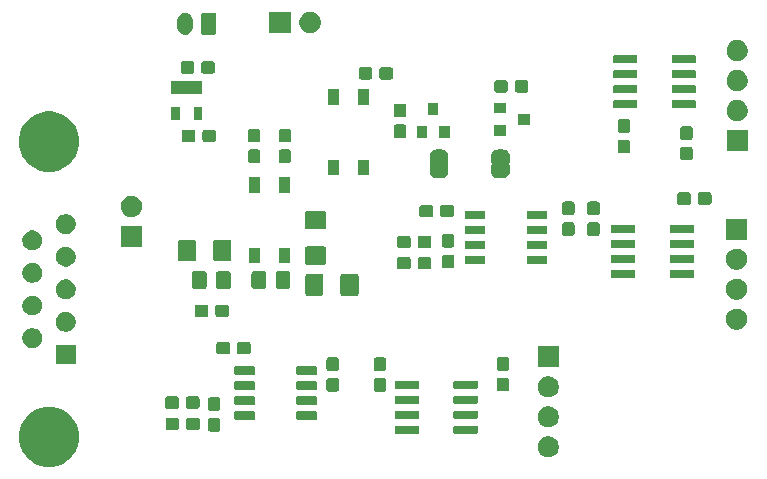
<source format=gts>
G04 #@! TF.GenerationSoftware,KiCad,Pcbnew,(5.1.5-0)*
G04 #@! TF.CreationDate,2021-10-28T15:17:10-06:00*
G04 #@! TF.ProjectId,square_lockin,73717561-7265-45f6-9c6f-636b696e2e6b,rev?*
G04 #@! TF.SameCoordinates,Original*
G04 #@! TF.FileFunction,Soldermask,Top*
G04 #@! TF.FilePolarity,Negative*
%FSLAX46Y46*%
G04 Gerber Fmt 4.6, Leading zero omitted, Abs format (unit mm)*
G04 Created by KiCad (PCBNEW (5.1.5-0)) date 2021-10-28 15:17:10*
%MOMM*%
%LPD*%
G04 APERTURE LIST*
%ADD10C,0.100000*%
G04 APERTURE END LIST*
D10*
G36*
X117474098Y-93627033D02*
G01*
X117938350Y-93819332D01*
X117938352Y-93819333D01*
X118356168Y-94098509D01*
X118711491Y-94453832D01*
X118947326Y-94806784D01*
X118990668Y-94871650D01*
X119182967Y-95335902D01*
X119281000Y-95828747D01*
X119281000Y-96331253D01*
X119182967Y-96824098D01*
X119034383Y-97182812D01*
X118990667Y-97288352D01*
X118711491Y-97706168D01*
X118356168Y-98061491D01*
X117938352Y-98340667D01*
X117938351Y-98340668D01*
X117938350Y-98340668D01*
X117474098Y-98532967D01*
X116981253Y-98631000D01*
X116478747Y-98631000D01*
X115985902Y-98532967D01*
X115521650Y-98340668D01*
X115521649Y-98340668D01*
X115521648Y-98340667D01*
X115103832Y-98061491D01*
X114748509Y-97706168D01*
X114469333Y-97288352D01*
X114425617Y-97182812D01*
X114277033Y-96824098D01*
X114179000Y-96331253D01*
X114179000Y-95828747D01*
X114277033Y-95335902D01*
X114469332Y-94871650D01*
X114512674Y-94806784D01*
X114748509Y-94453832D01*
X115103832Y-94098509D01*
X115521648Y-93819333D01*
X115521650Y-93819332D01*
X115985902Y-93627033D01*
X116478747Y-93529000D01*
X116981253Y-93529000D01*
X117474098Y-93627033D01*
G37*
G36*
X159113512Y-96023927D02*
G01*
X159262812Y-96053624D01*
X159426784Y-96121544D01*
X159574354Y-96220147D01*
X159699853Y-96345646D01*
X159798456Y-96493216D01*
X159866376Y-96657188D01*
X159901000Y-96831259D01*
X159901000Y-97008741D01*
X159866376Y-97182812D01*
X159798456Y-97346784D01*
X159699853Y-97494354D01*
X159574354Y-97619853D01*
X159426784Y-97718456D01*
X159262812Y-97786376D01*
X159113512Y-97816073D01*
X159088742Y-97821000D01*
X158911258Y-97821000D01*
X158886488Y-97816073D01*
X158737188Y-97786376D01*
X158573216Y-97718456D01*
X158425646Y-97619853D01*
X158300147Y-97494354D01*
X158201544Y-97346784D01*
X158133624Y-97182812D01*
X158099000Y-97008741D01*
X158099000Y-96831259D01*
X158133624Y-96657188D01*
X158201544Y-96493216D01*
X158300147Y-96345646D01*
X158425646Y-96220147D01*
X158573216Y-96121544D01*
X158737188Y-96053624D01*
X158886488Y-96023927D01*
X158911258Y-96019000D01*
X159088742Y-96019000D01*
X159113512Y-96023927D01*
G37*
G36*
X152934928Y-95131764D02*
G01*
X152956009Y-95138160D01*
X152975445Y-95148548D01*
X152992476Y-95162524D01*
X153006452Y-95179555D01*
X153016840Y-95198991D01*
X153023236Y-95220072D01*
X153026000Y-95248140D01*
X153026000Y-95711860D01*
X153023236Y-95739928D01*
X153016840Y-95761009D01*
X153006452Y-95780445D01*
X152992476Y-95797476D01*
X152975445Y-95811452D01*
X152956009Y-95821840D01*
X152934928Y-95828236D01*
X152906860Y-95831000D01*
X151093140Y-95831000D01*
X151065072Y-95828236D01*
X151043991Y-95821840D01*
X151024555Y-95811452D01*
X151007524Y-95797476D01*
X150993548Y-95780445D01*
X150983160Y-95761009D01*
X150976764Y-95739928D01*
X150974000Y-95711860D01*
X150974000Y-95248140D01*
X150976764Y-95220072D01*
X150983160Y-95198991D01*
X150993548Y-95179555D01*
X151007524Y-95162524D01*
X151024555Y-95148548D01*
X151043991Y-95138160D01*
X151065072Y-95131764D01*
X151093140Y-95129000D01*
X152906860Y-95129000D01*
X152934928Y-95131764D01*
G37*
G36*
X147984928Y-95131764D02*
G01*
X148006009Y-95138160D01*
X148025445Y-95148548D01*
X148042476Y-95162524D01*
X148056452Y-95179555D01*
X148066840Y-95198991D01*
X148073236Y-95220072D01*
X148076000Y-95248140D01*
X148076000Y-95711860D01*
X148073236Y-95739928D01*
X148066840Y-95761009D01*
X148056452Y-95780445D01*
X148042476Y-95797476D01*
X148025445Y-95811452D01*
X148006009Y-95821840D01*
X147984928Y-95828236D01*
X147956860Y-95831000D01*
X146143140Y-95831000D01*
X146115072Y-95828236D01*
X146093991Y-95821840D01*
X146074555Y-95811452D01*
X146057524Y-95797476D01*
X146043548Y-95780445D01*
X146033160Y-95761009D01*
X146026764Y-95739928D01*
X146024000Y-95711860D01*
X146024000Y-95248140D01*
X146026764Y-95220072D01*
X146033160Y-95198991D01*
X146043548Y-95179555D01*
X146057524Y-95162524D01*
X146074555Y-95148548D01*
X146093991Y-95138160D01*
X146115072Y-95131764D01*
X146143140Y-95129000D01*
X147956860Y-95129000D01*
X147984928Y-95131764D01*
G37*
G36*
X131089499Y-94478445D02*
G01*
X131126995Y-94489820D01*
X131161554Y-94508292D01*
X131191847Y-94533153D01*
X131216708Y-94563446D01*
X131235180Y-94598005D01*
X131246555Y-94635501D01*
X131251000Y-94680638D01*
X131251000Y-95419362D01*
X131246555Y-95464499D01*
X131235180Y-95501995D01*
X131216708Y-95536554D01*
X131191847Y-95566847D01*
X131161554Y-95591708D01*
X131126995Y-95610180D01*
X131089499Y-95621555D01*
X131044362Y-95626000D01*
X130405638Y-95626000D01*
X130360501Y-95621555D01*
X130323005Y-95610180D01*
X130288446Y-95591708D01*
X130258153Y-95566847D01*
X130233292Y-95536554D01*
X130214820Y-95501995D01*
X130203445Y-95464499D01*
X130199000Y-95419362D01*
X130199000Y-94680638D01*
X130203445Y-94635501D01*
X130214820Y-94598005D01*
X130233292Y-94563446D01*
X130258153Y-94533153D01*
X130288446Y-94508292D01*
X130323005Y-94489820D01*
X130360501Y-94478445D01*
X130405638Y-94474000D01*
X131044362Y-94474000D01*
X131089499Y-94478445D01*
G37*
G36*
X129339499Y-94453445D02*
G01*
X129376995Y-94464820D01*
X129411554Y-94483292D01*
X129441847Y-94508153D01*
X129466708Y-94538446D01*
X129485180Y-94573005D01*
X129496555Y-94610501D01*
X129501000Y-94655638D01*
X129501000Y-95294362D01*
X129496555Y-95339499D01*
X129485180Y-95376995D01*
X129466708Y-95411554D01*
X129441847Y-95441847D01*
X129411554Y-95466708D01*
X129376995Y-95485180D01*
X129339499Y-95496555D01*
X129294362Y-95501000D01*
X128555638Y-95501000D01*
X128510501Y-95496555D01*
X128473005Y-95485180D01*
X128438446Y-95466708D01*
X128408153Y-95441847D01*
X128383292Y-95411554D01*
X128364820Y-95376995D01*
X128353445Y-95339499D01*
X128349000Y-95294362D01*
X128349000Y-94655638D01*
X128353445Y-94610501D01*
X128364820Y-94573005D01*
X128383292Y-94538446D01*
X128408153Y-94508153D01*
X128438446Y-94483292D01*
X128473005Y-94464820D01*
X128510501Y-94453445D01*
X128555638Y-94449000D01*
X129294362Y-94449000D01*
X129339499Y-94453445D01*
G37*
G36*
X127589499Y-94453445D02*
G01*
X127626995Y-94464820D01*
X127661554Y-94483292D01*
X127691847Y-94508153D01*
X127716708Y-94538446D01*
X127735180Y-94573005D01*
X127746555Y-94610501D01*
X127751000Y-94655638D01*
X127751000Y-95294362D01*
X127746555Y-95339499D01*
X127735180Y-95376995D01*
X127716708Y-95411554D01*
X127691847Y-95441847D01*
X127661554Y-95466708D01*
X127626995Y-95485180D01*
X127589499Y-95496555D01*
X127544362Y-95501000D01*
X126805638Y-95501000D01*
X126760501Y-95496555D01*
X126723005Y-95485180D01*
X126688446Y-95466708D01*
X126658153Y-95441847D01*
X126633292Y-95411554D01*
X126614820Y-95376995D01*
X126603445Y-95339499D01*
X126599000Y-95294362D01*
X126599000Y-94655638D01*
X126603445Y-94610501D01*
X126614820Y-94573005D01*
X126633292Y-94538446D01*
X126658153Y-94508153D01*
X126688446Y-94483292D01*
X126723005Y-94464820D01*
X126760501Y-94453445D01*
X126805638Y-94449000D01*
X127544362Y-94449000D01*
X127589499Y-94453445D01*
G37*
G36*
X159113512Y-93483927D02*
G01*
X159262812Y-93513624D01*
X159426784Y-93581544D01*
X159574354Y-93680147D01*
X159699853Y-93805646D01*
X159798456Y-93953216D01*
X159866376Y-94117188D01*
X159901000Y-94291259D01*
X159901000Y-94468741D01*
X159866376Y-94642812D01*
X159798456Y-94806784D01*
X159699853Y-94954354D01*
X159574354Y-95079853D01*
X159426784Y-95178456D01*
X159262812Y-95246376D01*
X159113512Y-95276073D01*
X159088742Y-95281000D01*
X158911258Y-95281000D01*
X158886488Y-95276073D01*
X158737188Y-95246376D01*
X158573216Y-95178456D01*
X158425646Y-95079853D01*
X158300147Y-94954354D01*
X158201544Y-94806784D01*
X158133624Y-94642812D01*
X158099000Y-94468741D01*
X158099000Y-94291259D01*
X158133624Y-94117188D01*
X158201544Y-93953216D01*
X158300147Y-93805646D01*
X158425646Y-93680147D01*
X158573216Y-93581544D01*
X158737188Y-93513624D01*
X158886488Y-93483927D01*
X158911258Y-93479000D01*
X159088742Y-93479000D01*
X159113512Y-93483927D01*
G37*
G36*
X134084928Y-93931764D02*
G01*
X134106009Y-93938160D01*
X134125445Y-93948548D01*
X134142476Y-93962524D01*
X134156452Y-93979555D01*
X134166840Y-93998991D01*
X134173236Y-94020072D01*
X134176000Y-94048140D01*
X134176000Y-94511860D01*
X134173236Y-94539928D01*
X134166840Y-94561009D01*
X134156452Y-94580445D01*
X134142476Y-94597476D01*
X134125445Y-94611452D01*
X134106009Y-94621840D01*
X134084928Y-94628236D01*
X134056860Y-94631000D01*
X132543140Y-94631000D01*
X132515072Y-94628236D01*
X132493991Y-94621840D01*
X132474555Y-94611452D01*
X132457524Y-94597476D01*
X132443548Y-94580445D01*
X132433160Y-94561009D01*
X132426764Y-94539928D01*
X132424000Y-94511860D01*
X132424000Y-94048140D01*
X132426764Y-94020072D01*
X132433160Y-93998991D01*
X132443548Y-93979555D01*
X132457524Y-93962524D01*
X132474555Y-93948548D01*
X132493991Y-93938160D01*
X132515072Y-93931764D01*
X132543140Y-93929000D01*
X134056860Y-93929000D01*
X134084928Y-93931764D01*
G37*
G36*
X139334928Y-93931764D02*
G01*
X139356009Y-93938160D01*
X139375445Y-93948548D01*
X139392476Y-93962524D01*
X139406452Y-93979555D01*
X139416840Y-93998991D01*
X139423236Y-94020072D01*
X139426000Y-94048140D01*
X139426000Y-94511860D01*
X139423236Y-94539928D01*
X139416840Y-94561009D01*
X139406452Y-94580445D01*
X139392476Y-94597476D01*
X139375445Y-94611452D01*
X139356009Y-94621840D01*
X139334928Y-94628236D01*
X139306860Y-94631000D01*
X137793140Y-94631000D01*
X137765072Y-94628236D01*
X137743991Y-94621840D01*
X137724555Y-94611452D01*
X137707524Y-94597476D01*
X137693548Y-94580445D01*
X137683160Y-94561009D01*
X137676764Y-94539928D01*
X137674000Y-94511860D01*
X137674000Y-94048140D01*
X137676764Y-94020072D01*
X137683160Y-93998991D01*
X137693548Y-93979555D01*
X137707524Y-93962524D01*
X137724555Y-93948548D01*
X137743991Y-93938160D01*
X137765072Y-93931764D01*
X137793140Y-93929000D01*
X139306860Y-93929000D01*
X139334928Y-93931764D01*
G37*
G36*
X152934928Y-93861764D02*
G01*
X152956009Y-93868160D01*
X152975445Y-93878548D01*
X152992476Y-93892524D01*
X153006452Y-93909555D01*
X153016840Y-93928991D01*
X153023236Y-93950072D01*
X153026000Y-93978140D01*
X153026000Y-94441860D01*
X153023236Y-94469928D01*
X153016840Y-94491009D01*
X153006452Y-94510445D01*
X152992476Y-94527476D01*
X152975445Y-94541452D01*
X152956009Y-94551840D01*
X152934928Y-94558236D01*
X152906860Y-94561000D01*
X151093140Y-94561000D01*
X151065072Y-94558236D01*
X151043991Y-94551840D01*
X151024555Y-94541452D01*
X151007524Y-94527476D01*
X150993548Y-94510445D01*
X150983160Y-94491009D01*
X150976764Y-94469928D01*
X150974000Y-94441860D01*
X150974000Y-93978140D01*
X150976764Y-93950072D01*
X150983160Y-93928991D01*
X150993548Y-93909555D01*
X151007524Y-93892524D01*
X151024555Y-93878548D01*
X151043991Y-93868160D01*
X151065072Y-93861764D01*
X151093140Y-93859000D01*
X152906860Y-93859000D01*
X152934928Y-93861764D01*
G37*
G36*
X147984928Y-93861764D02*
G01*
X148006009Y-93868160D01*
X148025445Y-93878548D01*
X148042476Y-93892524D01*
X148056452Y-93909555D01*
X148066840Y-93928991D01*
X148073236Y-93950072D01*
X148076000Y-93978140D01*
X148076000Y-94441860D01*
X148073236Y-94469928D01*
X148066840Y-94491009D01*
X148056452Y-94510445D01*
X148042476Y-94527476D01*
X148025445Y-94541452D01*
X148006009Y-94551840D01*
X147984928Y-94558236D01*
X147956860Y-94561000D01*
X146143140Y-94561000D01*
X146115072Y-94558236D01*
X146093991Y-94551840D01*
X146074555Y-94541452D01*
X146057524Y-94527476D01*
X146043548Y-94510445D01*
X146033160Y-94491009D01*
X146026764Y-94469928D01*
X146024000Y-94441860D01*
X146024000Y-93978140D01*
X146026764Y-93950072D01*
X146033160Y-93928991D01*
X146043548Y-93909555D01*
X146057524Y-93892524D01*
X146074555Y-93878548D01*
X146093991Y-93868160D01*
X146115072Y-93861764D01*
X146143140Y-93859000D01*
X147956860Y-93859000D01*
X147984928Y-93861764D01*
G37*
G36*
X131089499Y-92728445D02*
G01*
X131126995Y-92739820D01*
X131161554Y-92758292D01*
X131191847Y-92783153D01*
X131216708Y-92813446D01*
X131235180Y-92848005D01*
X131246555Y-92885501D01*
X131251000Y-92930638D01*
X131251000Y-93669362D01*
X131246555Y-93714499D01*
X131235180Y-93751995D01*
X131216708Y-93786554D01*
X131191847Y-93816847D01*
X131161554Y-93841708D01*
X131126995Y-93860180D01*
X131089499Y-93871555D01*
X131044362Y-93876000D01*
X130405638Y-93876000D01*
X130360501Y-93871555D01*
X130323005Y-93860180D01*
X130288446Y-93841708D01*
X130258153Y-93816847D01*
X130233292Y-93786554D01*
X130214820Y-93751995D01*
X130203445Y-93714499D01*
X130199000Y-93669362D01*
X130199000Y-92930638D01*
X130203445Y-92885501D01*
X130214820Y-92848005D01*
X130233292Y-92813446D01*
X130258153Y-92783153D01*
X130288446Y-92758292D01*
X130323005Y-92739820D01*
X130360501Y-92728445D01*
X130405638Y-92724000D01*
X131044362Y-92724000D01*
X131089499Y-92728445D01*
G37*
G36*
X129314499Y-92653445D02*
G01*
X129351995Y-92664820D01*
X129386554Y-92683292D01*
X129416847Y-92708153D01*
X129441708Y-92738446D01*
X129460180Y-92773005D01*
X129471555Y-92810501D01*
X129476000Y-92855638D01*
X129476000Y-93494362D01*
X129471555Y-93539499D01*
X129460180Y-93576995D01*
X129441708Y-93611554D01*
X129416847Y-93641847D01*
X129386554Y-93666708D01*
X129351995Y-93685180D01*
X129314499Y-93696555D01*
X129269362Y-93701000D01*
X128530638Y-93701000D01*
X128485501Y-93696555D01*
X128448005Y-93685180D01*
X128413446Y-93666708D01*
X128383153Y-93641847D01*
X128358292Y-93611554D01*
X128339820Y-93576995D01*
X128328445Y-93539499D01*
X128324000Y-93494362D01*
X128324000Y-92855638D01*
X128328445Y-92810501D01*
X128339820Y-92773005D01*
X128358292Y-92738446D01*
X128383153Y-92708153D01*
X128413446Y-92683292D01*
X128448005Y-92664820D01*
X128485501Y-92653445D01*
X128530638Y-92649000D01*
X129269362Y-92649000D01*
X129314499Y-92653445D01*
G37*
G36*
X127564499Y-92653445D02*
G01*
X127601995Y-92664820D01*
X127636554Y-92683292D01*
X127666847Y-92708153D01*
X127691708Y-92738446D01*
X127710180Y-92773005D01*
X127721555Y-92810501D01*
X127726000Y-92855638D01*
X127726000Y-93494362D01*
X127721555Y-93539499D01*
X127710180Y-93576995D01*
X127691708Y-93611554D01*
X127666847Y-93641847D01*
X127636554Y-93666708D01*
X127601995Y-93685180D01*
X127564499Y-93696555D01*
X127519362Y-93701000D01*
X126780638Y-93701000D01*
X126735501Y-93696555D01*
X126698005Y-93685180D01*
X126663446Y-93666708D01*
X126633153Y-93641847D01*
X126608292Y-93611554D01*
X126589820Y-93576995D01*
X126578445Y-93539499D01*
X126574000Y-93494362D01*
X126574000Y-92855638D01*
X126578445Y-92810501D01*
X126589820Y-92773005D01*
X126608292Y-92738446D01*
X126633153Y-92708153D01*
X126663446Y-92683292D01*
X126698005Y-92664820D01*
X126735501Y-92653445D01*
X126780638Y-92649000D01*
X127519362Y-92649000D01*
X127564499Y-92653445D01*
G37*
G36*
X139334928Y-92661764D02*
G01*
X139356009Y-92668160D01*
X139375445Y-92678548D01*
X139392476Y-92692524D01*
X139406452Y-92709555D01*
X139416840Y-92728991D01*
X139423236Y-92750072D01*
X139426000Y-92778140D01*
X139426000Y-93241860D01*
X139423236Y-93269928D01*
X139416840Y-93291009D01*
X139406452Y-93310445D01*
X139392476Y-93327476D01*
X139375445Y-93341452D01*
X139356009Y-93351840D01*
X139334928Y-93358236D01*
X139306860Y-93361000D01*
X137793140Y-93361000D01*
X137765072Y-93358236D01*
X137743991Y-93351840D01*
X137724555Y-93341452D01*
X137707524Y-93327476D01*
X137693548Y-93310445D01*
X137683160Y-93291009D01*
X137676764Y-93269928D01*
X137674000Y-93241860D01*
X137674000Y-92778140D01*
X137676764Y-92750072D01*
X137683160Y-92728991D01*
X137693548Y-92709555D01*
X137707524Y-92692524D01*
X137724555Y-92678548D01*
X137743991Y-92668160D01*
X137765072Y-92661764D01*
X137793140Y-92659000D01*
X139306860Y-92659000D01*
X139334928Y-92661764D01*
G37*
G36*
X134084928Y-92661764D02*
G01*
X134106009Y-92668160D01*
X134125445Y-92678548D01*
X134142476Y-92692524D01*
X134156452Y-92709555D01*
X134166840Y-92728991D01*
X134173236Y-92750072D01*
X134176000Y-92778140D01*
X134176000Y-93241860D01*
X134173236Y-93269928D01*
X134166840Y-93291009D01*
X134156452Y-93310445D01*
X134142476Y-93327476D01*
X134125445Y-93341452D01*
X134106009Y-93351840D01*
X134084928Y-93358236D01*
X134056860Y-93361000D01*
X132543140Y-93361000D01*
X132515072Y-93358236D01*
X132493991Y-93351840D01*
X132474555Y-93341452D01*
X132457524Y-93327476D01*
X132443548Y-93310445D01*
X132433160Y-93291009D01*
X132426764Y-93269928D01*
X132424000Y-93241860D01*
X132424000Y-92778140D01*
X132426764Y-92750072D01*
X132433160Y-92728991D01*
X132443548Y-92709555D01*
X132457524Y-92692524D01*
X132474555Y-92678548D01*
X132493991Y-92668160D01*
X132515072Y-92661764D01*
X132543140Y-92659000D01*
X134056860Y-92659000D01*
X134084928Y-92661764D01*
G37*
G36*
X152934928Y-92591764D02*
G01*
X152956009Y-92598160D01*
X152975445Y-92608548D01*
X152992476Y-92622524D01*
X153006452Y-92639555D01*
X153016840Y-92658991D01*
X153023236Y-92680072D01*
X153026000Y-92708140D01*
X153026000Y-93171860D01*
X153023236Y-93199928D01*
X153016840Y-93221009D01*
X153006452Y-93240445D01*
X152992476Y-93257476D01*
X152975445Y-93271452D01*
X152956009Y-93281840D01*
X152934928Y-93288236D01*
X152906860Y-93291000D01*
X151093140Y-93291000D01*
X151065072Y-93288236D01*
X151043991Y-93281840D01*
X151024555Y-93271452D01*
X151007524Y-93257476D01*
X150993548Y-93240445D01*
X150983160Y-93221009D01*
X150976764Y-93199928D01*
X150974000Y-93171860D01*
X150974000Y-92708140D01*
X150976764Y-92680072D01*
X150983160Y-92658991D01*
X150993548Y-92639555D01*
X151007524Y-92622524D01*
X151024555Y-92608548D01*
X151043991Y-92598160D01*
X151065072Y-92591764D01*
X151093140Y-92589000D01*
X152906860Y-92589000D01*
X152934928Y-92591764D01*
G37*
G36*
X147984928Y-92591764D02*
G01*
X148006009Y-92598160D01*
X148025445Y-92608548D01*
X148042476Y-92622524D01*
X148056452Y-92639555D01*
X148066840Y-92658991D01*
X148073236Y-92680072D01*
X148076000Y-92708140D01*
X148076000Y-93171860D01*
X148073236Y-93199928D01*
X148066840Y-93221009D01*
X148056452Y-93240445D01*
X148042476Y-93257476D01*
X148025445Y-93271452D01*
X148006009Y-93281840D01*
X147984928Y-93288236D01*
X147956860Y-93291000D01*
X146143140Y-93291000D01*
X146115072Y-93288236D01*
X146093991Y-93281840D01*
X146074555Y-93271452D01*
X146057524Y-93257476D01*
X146043548Y-93240445D01*
X146033160Y-93221009D01*
X146026764Y-93199928D01*
X146024000Y-93171860D01*
X146024000Y-92708140D01*
X146026764Y-92680072D01*
X146033160Y-92658991D01*
X146043548Y-92639555D01*
X146057524Y-92622524D01*
X146074555Y-92608548D01*
X146093991Y-92598160D01*
X146115072Y-92591764D01*
X146143140Y-92589000D01*
X147956860Y-92589000D01*
X147984928Y-92591764D01*
G37*
G36*
X159113512Y-90943927D02*
G01*
X159262812Y-90973624D01*
X159426784Y-91041544D01*
X159574354Y-91140147D01*
X159699853Y-91265646D01*
X159798456Y-91413216D01*
X159866376Y-91577188D01*
X159901000Y-91751259D01*
X159901000Y-91928741D01*
X159866376Y-92102812D01*
X159798456Y-92266784D01*
X159699853Y-92414354D01*
X159574354Y-92539853D01*
X159426784Y-92638456D01*
X159262812Y-92706376D01*
X159113512Y-92736073D01*
X159088742Y-92741000D01*
X158911258Y-92741000D01*
X158886488Y-92736073D01*
X158737188Y-92706376D01*
X158573216Y-92638456D01*
X158425646Y-92539853D01*
X158300147Y-92414354D01*
X158201544Y-92266784D01*
X158133624Y-92102812D01*
X158099000Y-91928741D01*
X158099000Y-91751259D01*
X158133624Y-91577188D01*
X158201544Y-91413216D01*
X158300147Y-91265646D01*
X158425646Y-91140147D01*
X158573216Y-91041544D01*
X158737188Y-90973624D01*
X158886488Y-90943927D01*
X158911258Y-90939000D01*
X159088742Y-90939000D01*
X159113512Y-90943927D01*
G37*
G36*
X145114499Y-91103445D02*
G01*
X145151995Y-91114820D01*
X145186554Y-91133292D01*
X145216847Y-91158153D01*
X145241708Y-91188446D01*
X145260180Y-91223005D01*
X145271555Y-91260501D01*
X145276000Y-91305638D01*
X145276000Y-92044362D01*
X145271555Y-92089499D01*
X145260180Y-92126995D01*
X145241708Y-92161554D01*
X145216847Y-92191847D01*
X145186554Y-92216708D01*
X145151995Y-92235180D01*
X145114499Y-92246555D01*
X145069362Y-92251000D01*
X144430638Y-92251000D01*
X144385501Y-92246555D01*
X144348005Y-92235180D01*
X144313446Y-92216708D01*
X144283153Y-92191847D01*
X144258292Y-92161554D01*
X144239820Y-92126995D01*
X144228445Y-92089499D01*
X144224000Y-92044362D01*
X144224000Y-91305638D01*
X144228445Y-91260501D01*
X144239820Y-91223005D01*
X144258292Y-91188446D01*
X144283153Y-91158153D01*
X144313446Y-91133292D01*
X144348005Y-91114820D01*
X144385501Y-91103445D01*
X144430638Y-91099000D01*
X145069362Y-91099000D01*
X145114499Y-91103445D01*
G37*
G36*
X141114499Y-91103445D02*
G01*
X141151995Y-91114820D01*
X141186554Y-91133292D01*
X141216847Y-91158153D01*
X141241708Y-91188446D01*
X141260180Y-91223005D01*
X141271555Y-91260501D01*
X141276000Y-91305638D01*
X141276000Y-92044362D01*
X141271555Y-92089499D01*
X141260180Y-92126995D01*
X141241708Y-92161554D01*
X141216847Y-92191847D01*
X141186554Y-92216708D01*
X141151995Y-92235180D01*
X141114499Y-92246555D01*
X141069362Y-92251000D01*
X140430638Y-92251000D01*
X140385501Y-92246555D01*
X140348005Y-92235180D01*
X140313446Y-92216708D01*
X140283153Y-92191847D01*
X140258292Y-92161554D01*
X140239820Y-92126995D01*
X140228445Y-92089499D01*
X140224000Y-92044362D01*
X140224000Y-91305638D01*
X140228445Y-91260501D01*
X140239820Y-91223005D01*
X140258292Y-91188446D01*
X140283153Y-91158153D01*
X140313446Y-91133292D01*
X140348005Y-91114820D01*
X140385501Y-91103445D01*
X140430638Y-91099000D01*
X141069362Y-91099000D01*
X141114499Y-91103445D01*
G37*
G36*
X155514499Y-91078445D02*
G01*
X155551995Y-91089820D01*
X155586554Y-91108292D01*
X155616847Y-91133153D01*
X155641708Y-91163446D01*
X155660180Y-91198005D01*
X155671555Y-91235501D01*
X155676000Y-91280638D01*
X155676000Y-92019362D01*
X155671555Y-92064499D01*
X155660180Y-92101995D01*
X155641708Y-92136554D01*
X155616847Y-92166847D01*
X155586554Y-92191708D01*
X155551995Y-92210180D01*
X155514499Y-92221555D01*
X155469362Y-92226000D01*
X154830638Y-92226000D01*
X154785501Y-92221555D01*
X154748005Y-92210180D01*
X154713446Y-92191708D01*
X154683153Y-92166847D01*
X154658292Y-92136554D01*
X154639820Y-92101995D01*
X154628445Y-92064499D01*
X154624000Y-92019362D01*
X154624000Y-91280638D01*
X154628445Y-91235501D01*
X154639820Y-91198005D01*
X154658292Y-91163446D01*
X154683153Y-91133153D01*
X154713446Y-91108292D01*
X154748005Y-91089820D01*
X154785501Y-91078445D01*
X154830638Y-91074000D01*
X155469362Y-91074000D01*
X155514499Y-91078445D01*
G37*
G36*
X139334928Y-91391764D02*
G01*
X139356009Y-91398160D01*
X139375445Y-91408548D01*
X139392476Y-91422524D01*
X139406452Y-91439555D01*
X139416840Y-91458991D01*
X139423236Y-91480072D01*
X139426000Y-91508140D01*
X139426000Y-91971860D01*
X139423236Y-91999928D01*
X139416840Y-92021009D01*
X139406452Y-92040445D01*
X139392476Y-92057476D01*
X139375445Y-92071452D01*
X139356009Y-92081840D01*
X139334928Y-92088236D01*
X139306860Y-92091000D01*
X137793140Y-92091000D01*
X137765072Y-92088236D01*
X137743991Y-92081840D01*
X137724555Y-92071452D01*
X137707524Y-92057476D01*
X137693548Y-92040445D01*
X137683160Y-92021009D01*
X137676764Y-91999928D01*
X137674000Y-91971860D01*
X137674000Y-91508140D01*
X137676764Y-91480072D01*
X137683160Y-91458991D01*
X137693548Y-91439555D01*
X137707524Y-91422524D01*
X137724555Y-91408548D01*
X137743991Y-91398160D01*
X137765072Y-91391764D01*
X137793140Y-91389000D01*
X139306860Y-91389000D01*
X139334928Y-91391764D01*
G37*
G36*
X134084928Y-91391764D02*
G01*
X134106009Y-91398160D01*
X134125445Y-91408548D01*
X134142476Y-91422524D01*
X134156452Y-91439555D01*
X134166840Y-91458991D01*
X134173236Y-91480072D01*
X134176000Y-91508140D01*
X134176000Y-91971860D01*
X134173236Y-91999928D01*
X134166840Y-92021009D01*
X134156452Y-92040445D01*
X134142476Y-92057476D01*
X134125445Y-92071452D01*
X134106009Y-92081840D01*
X134084928Y-92088236D01*
X134056860Y-92091000D01*
X132543140Y-92091000D01*
X132515072Y-92088236D01*
X132493991Y-92081840D01*
X132474555Y-92071452D01*
X132457524Y-92057476D01*
X132443548Y-92040445D01*
X132433160Y-92021009D01*
X132426764Y-91999928D01*
X132424000Y-91971860D01*
X132424000Y-91508140D01*
X132426764Y-91480072D01*
X132433160Y-91458991D01*
X132443548Y-91439555D01*
X132457524Y-91422524D01*
X132474555Y-91408548D01*
X132493991Y-91398160D01*
X132515072Y-91391764D01*
X132543140Y-91389000D01*
X134056860Y-91389000D01*
X134084928Y-91391764D01*
G37*
G36*
X152934928Y-91321764D02*
G01*
X152956009Y-91328160D01*
X152975445Y-91338548D01*
X152992476Y-91352524D01*
X153006452Y-91369555D01*
X153016840Y-91388991D01*
X153023236Y-91410072D01*
X153026000Y-91438140D01*
X153026000Y-91901860D01*
X153023236Y-91929928D01*
X153016840Y-91951009D01*
X153006452Y-91970445D01*
X152992476Y-91987476D01*
X152975445Y-92001452D01*
X152956009Y-92011840D01*
X152934928Y-92018236D01*
X152906860Y-92021000D01*
X151093140Y-92021000D01*
X151065072Y-92018236D01*
X151043991Y-92011840D01*
X151024555Y-92001452D01*
X151007524Y-91987476D01*
X150993548Y-91970445D01*
X150983160Y-91951009D01*
X150976764Y-91929928D01*
X150974000Y-91901860D01*
X150974000Y-91438140D01*
X150976764Y-91410072D01*
X150983160Y-91388991D01*
X150993548Y-91369555D01*
X151007524Y-91352524D01*
X151024555Y-91338548D01*
X151043991Y-91328160D01*
X151065072Y-91321764D01*
X151093140Y-91319000D01*
X152906860Y-91319000D01*
X152934928Y-91321764D01*
G37*
G36*
X147984928Y-91321764D02*
G01*
X148006009Y-91328160D01*
X148025445Y-91338548D01*
X148042476Y-91352524D01*
X148056452Y-91369555D01*
X148066840Y-91388991D01*
X148073236Y-91410072D01*
X148076000Y-91438140D01*
X148076000Y-91901860D01*
X148073236Y-91929928D01*
X148066840Y-91951009D01*
X148056452Y-91970445D01*
X148042476Y-91987476D01*
X148025445Y-92001452D01*
X148006009Y-92011840D01*
X147984928Y-92018236D01*
X147956860Y-92021000D01*
X146143140Y-92021000D01*
X146115072Y-92018236D01*
X146093991Y-92011840D01*
X146074555Y-92001452D01*
X146057524Y-91987476D01*
X146043548Y-91970445D01*
X146033160Y-91951009D01*
X146026764Y-91929928D01*
X146024000Y-91901860D01*
X146024000Y-91438140D01*
X146026764Y-91410072D01*
X146033160Y-91388991D01*
X146043548Y-91369555D01*
X146057524Y-91352524D01*
X146074555Y-91338548D01*
X146093991Y-91328160D01*
X146115072Y-91321764D01*
X146143140Y-91319000D01*
X147956860Y-91319000D01*
X147984928Y-91321764D01*
G37*
G36*
X139334928Y-90121764D02*
G01*
X139356009Y-90128160D01*
X139375445Y-90138548D01*
X139392476Y-90152524D01*
X139406452Y-90169555D01*
X139416840Y-90188991D01*
X139423236Y-90210072D01*
X139426000Y-90238140D01*
X139426000Y-90701860D01*
X139423236Y-90729928D01*
X139416840Y-90751009D01*
X139406452Y-90770445D01*
X139392476Y-90787476D01*
X139375445Y-90801452D01*
X139356009Y-90811840D01*
X139334928Y-90818236D01*
X139306860Y-90821000D01*
X137793140Y-90821000D01*
X137765072Y-90818236D01*
X137743991Y-90811840D01*
X137724555Y-90801452D01*
X137707524Y-90787476D01*
X137693548Y-90770445D01*
X137683160Y-90751009D01*
X137676764Y-90729928D01*
X137674000Y-90701860D01*
X137674000Y-90238140D01*
X137676764Y-90210072D01*
X137683160Y-90188991D01*
X137693548Y-90169555D01*
X137707524Y-90152524D01*
X137724555Y-90138548D01*
X137743991Y-90128160D01*
X137765072Y-90121764D01*
X137793140Y-90119000D01*
X139306860Y-90119000D01*
X139334928Y-90121764D01*
G37*
G36*
X134084928Y-90121764D02*
G01*
X134106009Y-90128160D01*
X134125445Y-90138548D01*
X134142476Y-90152524D01*
X134156452Y-90169555D01*
X134166840Y-90188991D01*
X134173236Y-90210072D01*
X134176000Y-90238140D01*
X134176000Y-90701860D01*
X134173236Y-90729928D01*
X134166840Y-90751009D01*
X134156452Y-90770445D01*
X134142476Y-90787476D01*
X134125445Y-90801452D01*
X134106009Y-90811840D01*
X134084928Y-90818236D01*
X134056860Y-90821000D01*
X132543140Y-90821000D01*
X132515072Y-90818236D01*
X132493991Y-90811840D01*
X132474555Y-90801452D01*
X132457524Y-90787476D01*
X132443548Y-90770445D01*
X132433160Y-90751009D01*
X132426764Y-90729928D01*
X132424000Y-90701860D01*
X132424000Y-90238140D01*
X132426764Y-90210072D01*
X132433160Y-90188991D01*
X132443548Y-90169555D01*
X132457524Y-90152524D01*
X132474555Y-90138548D01*
X132493991Y-90128160D01*
X132515072Y-90121764D01*
X132543140Y-90119000D01*
X134056860Y-90119000D01*
X134084928Y-90121764D01*
G37*
G36*
X145114499Y-89353445D02*
G01*
X145151995Y-89364820D01*
X145186554Y-89383292D01*
X145216847Y-89408153D01*
X145241708Y-89438446D01*
X145260180Y-89473005D01*
X145271555Y-89510501D01*
X145276000Y-89555638D01*
X145276000Y-90294362D01*
X145271555Y-90339499D01*
X145260180Y-90376995D01*
X145241708Y-90411554D01*
X145216847Y-90441847D01*
X145186554Y-90466708D01*
X145151995Y-90485180D01*
X145114499Y-90496555D01*
X145069362Y-90501000D01*
X144430638Y-90501000D01*
X144385501Y-90496555D01*
X144348005Y-90485180D01*
X144313446Y-90466708D01*
X144283153Y-90441847D01*
X144258292Y-90411554D01*
X144239820Y-90376995D01*
X144228445Y-90339499D01*
X144224000Y-90294362D01*
X144224000Y-89555638D01*
X144228445Y-89510501D01*
X144239820Y-89473005D01*
X144258292Y-89438446D01*
X144283153Y-89408153D01*
X144313446Y-89383292D01*
X144348005Y-89364820D01*
X144385501Y-89353445D01*
X144430638Y-89349000D01*
X145069362Y-89349000D01*
X145114499Y-89353445D01*
G37*
G36*
X141114499Y-89353445D02*
G01*
X141151995Y-89364820D01*
X141186554Y-89383292D01*
X141216847Y-89408153D01*
X141241708Y-89438446D01*
X141260180Y-89473005D01*
X141271555Y-89510501D01*
X141276000Y-89555638D01*
X141276000Y-90294362D01*
X141271555Y-90339499D01*
X141260180Y-90376995D01*
X141241708Y-90411554D01*
X141216847Y-90441847D01*
X141186554Y-90466708D01*
X141151995Y-90485180D01*
X141114499Y-90496555D01*
X141069362Y-90501000D01*
X140430638Y-90501000D01*
X140385501Y-90496555D01*
X140348005Y-90485180D01*
X140313446Y-90466708D01*
X140283153Y-90441847D01*
X140258292Y-90411554D01*
X140239820Y-90376995D01*
X140228445Y-90339499D01*
X140224000Y-90294362D01*
X140224000Y-89555638D01*
X140228445Y-89510501D01*
X140239820Y-89473005D01*
X140258292Y-89438446D01*
X140283153Y-89408153D01*
X140313446Y-89383292D01*
X140348005Y-89364820D01*
X140385501Y-89353445D01*
X140430638Y-89349000D01*
X141069362Y-89349000D01*
X141114499Y-89353445D01*
G37*
G36*
X155514499Y-89328445D02*
G01*
X155551995Y-89339820D01*
X155586554Y-89358292D01*
X155616847Y-89383153D01*
X155641708Y-89413446D01*
X155660180Y-89448005D01*
X155671555Y-89485501D01*
X155676000Y-89530638D01*
X155676000Y-90269362D01*
X155671555Y-90314499D01*
X155660180Y-90351995D01*
X155641708Y-90386554D01*
X155616847Y-90416847D01*
X155586554Y-90441708D01*
X155551995Y-90460180D01*
X155514499Y-90471555D01*
X155469362Y-90476000D01*
X154830638Y-90476000D01*
X154785501Y-90471555D01*
X154748005Y-90460180D01*
X154713446Y-90441708D01*
X154683153Y-90416847D01*
X154658292Y-90386554D01*
X154639820Y-90351995D01*
X154628445Y-90314499D01*
X154624000Y-90269362D01*
X154624000Y-89530638D01*
X154628445Y-89485501D01*
X154639820Y-89448005D01*
X154658292Y-89413446D01*
X154683153Y-89383153D01*
X154713446Y-89358292D01*
X154748005Y-89339820D01*
X154785501Y-89328445D01*
X154830638Y-89324000D01*
X155469362Y-89324000D01*
X155514499Y-89328445D01*
G37*
G36*
X159901000Y-90201000D02*
G01*
X158099000Y-90201000D01*
X158099000Y-88399000D01*
X159901000Y-88399000D01*
X159901000Y-90201000D01*
G37*
G36*
X118988500Y-89938500D02*
G01*
X117311500Y-89938500D01*
X117311500Y-88261500D01*
X118988500Y-88261500D01*
X118988500Y-89938500D01*
G37*
G36*
X131889499Y-88053445D02*
G01*
X131926995Y-88064820D01*
X131961554Y-88083292D01*
X131991847Y-88108153D01*
X132016708Y-88138446D01*
X132035180Y-88173005D01*
X132046555Y-88210501D01*
X132051000Y-88255638D01*
X132051000Y-88894362D01*
X132046555Y-88939499D01*
X132035180Y-88976995D01*
X132016708Y-89011554D01*
X131991847Y-89041847D01*
X131961554Y-89066708D01*
X131926995Y-89085180D01*
X131889499Y-89096555D01*
X131844362Y-89101000D01*
X131105638Y-89101000D01*
X131060501Y-89096555D01*
X131023005Y-89085180D01*
X130988446Y-89066708D01*
X130958153Y-89041847D01*
X130933292Y-89011554D01*
X130914820Y-88976995D01*
X130903445Y-88939499D01*
X130899000Y-88894362D01*
X130899000Y-88255638D01*
X130903445Y-88210501D01*
X130914820Y-88173005D01*
X130933292Y-88138446D01*
X130958153Y-88108153D01*
X130988446Y-88083292D01*
X131023005Y-88064820D01*
X131060501Y-88053445D01*
X131105638Y-88049000D01*
X131844362Y-88049000D01*
X131889499Y-88053445D01*
G37*
G36*
X133639499Y-88053445D02*
G01*
X133676995Y-88064820D01*
X133711554Y-88083292D01*
X133741847Y-88108153D01*
X133766708Y-88138446D01*
X133785180Y-88173005D01*
X133796555Y-88210501D01*
X133801000Y-88255638D01*
X133801000Y-88894362D01*
X133796555Y-88939499D01*
X133785180Y-88976995D01*
X133766708Y-89011554D01*
X133741847Y-89041847D01*
X133711554Y-89066708D01*
X133676995Y-89085180D01*
X133639499Y-89096555D01*
X133594362Y-89101000D01*
X132855638Y-89101000D01*
X132810501Y-89096555D01*
X132773005Y-89085180D01*
X132738446Y-89066708D01*
X132708153Y-89041847D01*
X132683292Y-89011554D01*
X132664820Y-88976995D01*
X132653445Y-88939499D01*
X132649000Y-88894362D01*
X132649000Y-88255638D01*
X132653445Y-88210501D01*
X132664820Y-88173005D01*
X132683292Y-88138446D01*
X132708153Y-88108153D01*
X132738446Y-88083292D01*
X132773005Y-88064820D01*
X132810501Y-88053445D01*
X132855638Y-88049000D01*
X133594362Y-88049000D01*
X133639499Y-88053445D01*
G37*
G36*
X115554581Y-86913723D02*
G01*
X115707178Y-86976930D01*
X115844512Y-87068694D01*
X115961306Y-87185488D01*
X116053070Y-87322822D01*
X116116277Y-87475419D01*
X116148500Y-87637414D01*
X116148500Y-87802586D01*
X116116277Y-87964581D01*
X116053070Y-88117178D01*
X115961306Y-88254512D01*
X115844512Y-88371306D01*
X115707178Y-88463070D01*
X115554581Y-88526277D01*
X115392586Y-88558500D01*
X115227414Y-88558500D01*
X115065419Y-88526277D01*
X114912822Y-88463070D01*
X114775488Y-88371306D01*
X114658694Y-88254512D01*
X114566930Y-88117178D01*
X114503723Y-87964581D01*
X114471500Y-87802586D01*
X114471500Y-87637414D01*
X114503723Y-87475419D01*
X114566930Y-87322822D01*
X114658694Y-87185488D01*
X114775488Y-87068694D01*
X114912822Y-86976930D01*
X115065419Y-86913723D01*
X115227414Y-86881500D01*
X115392586Y-86881500D01*
X115554581Y-86913723D01*
G37*
G36*
X118394581Y-85533723D02*
G01*
X118547178Y-85596930D01*
X118684512Y-85688694D01*
X118801306Y-85805488D01*
X118893070Y-85942822D01*
X118956277Y-86095419D01*
X118988500Y-86257414D01*
X118988500Y-86422586D01*
X118956277Y-86584581D01*
X118893070Y-86737178D01*
X118801306Y-86874512D01*
X118684512Y-86991306D01*
X118547178Y-87083070D01*
X118394581Y-87146277D01*
X118232586Y-87178500D01*
X118067414Y-87178500D01*
X117905419Y-87146277D01*
X117752822Y-87083070D01*
X117615488Y-86991306D01*
X117498694Y-86874512D01*
X117406930Y-86737178D01*
X117343723Y-86584581D01*
X117311500Y-86422586D01*
X117311500Y-86257414D01*
X117343723Y-86095419D01*
X117406930Y-85942822D01*
X117498694Y-85805488D01*
X117615488Y-85688694D01*
X117752822Y-85596930D01*
X117905419Y-85533723D01*
X118067414Y-85501500D01*
X118232586Y-85501500D01*
X118394581Y-85533723D01*
G37*
G36*
X175063512Y-85223927D02*
G01*
X175212812Y-85253624D01*
X175376784Y-85321544D01*
X175524354Y-85420147D01*
X175649853Y-85545646D01*
X175748456Y-85693216D01*
X175816376Y-85857188D01*
X175851000Y-86031259D01*
X175851000Y-86208741D01*
X175816376Y-86382812D01*
X175748456Y-86546784D01*
X175649853Y-86694354D01*
X175524354Y-86819853D01*
X175376784Y-86918456D01*
X175212812Y-86986376D01*
X175063512Y-87016073D01*
X175038742Y-87021000D01*
X174861258Y-87021000D01*
X174836488Y-87016073D01*
X174687188Y-86986376D01*
X174523216Y-86918456D01*
X174375646Y-86819853D01*
X174250147Y-86694354D01*
X174151544Y-86546784D01*
X174083624Y-86382812D01*
X174049000Y-86208741D01*
X174049000Y-86031259D01*
X174083624Y-85857188D01*
X174151544Y-85693216D01*
X174250147Y-85545646D01*
X174375646Y-85420147D01*
X174523216Y-85321544D01*
X174687188Y-85253624D01*
X174836488Y-85223927D01*
X174861258Y-85219000D01*
X175038742Y-85219000D01*
X175063512Y-85223927D01*
G37*
G36*
X131814499Y-84878445D02*
G01*
X131851995Y-84889820D01*
X131886554Y-84908292D01*
X131916847Y-84933153D01*
X131941708Y-84963446D01*
X131960180Y-84998005D01*
X131971555Y-85035501D01*
X131976000Y-85080638D01*
X131976000Y-85719362D01*
X131971555Y-85764499D01*
X131960180Y-85801995D01*
X131941708Y-85836554D01*
X131916847Y-85866847D01*
X131886554Y-85891708D01*
X131851995Y-85910180D01*
X131814499Y-85921555D01*
X131769362Y-85926000D01*
X131030638Y-85926000D01*
X130985501Y-85921555D01*
X130948005Y-85910180D01*
X130913446Y-85891708D01*
X130883153Y-85866847D01*
X130858292Y-85836554D01*
X130839820Y-85801995D01*
X130828445Y-85764499D01*
X130824000Y-85719362D01*
X130824000Y-85080638D01*
X130828445Y-85035501D01*
X130839820Y-84998005D01*
X130858292Y-84963446D01*
X130883153Y-84933153D01*
X130913446Y-84908292D01*
X130948005Y-84889820D01*
X130985501Y-84878445D01*
X131030638Y-84874000D01*
X131769362Y-84874000D01*
X131814499Y-84878445D01*
G37*
G36*
X130064499Y-84878445D02*
G01*
X130101995Y-84889820D01*
X130136554Y-84908292D01*
X130166847Y-84933153D01*
X130191708Y-84963446D01*
X130210180Y-84998005D01*
X130221555Y-85035501D01*
X130226000Y-85080638D01*
X130226000Y-85719362D01*
X130221555Y-85764499D01*
X130210180Y-85801995D01*
X130191708Y-85836554D01*
X130166847Y-85866847D01*
X130136554Y-85891708D01*
X130101995Y-85910180D01*
X130064499Y-85921555D01*
X130019362Y-85926000D01*
X129280638Y-85926000D01*
X129235501Y-85921555D01*
X129198005Y-85910180D01*
X129163446Y-85891708D01*
X129133153Y-85866847D01*
X129108292Y-85836554D01*
X129089820Y-85801995D01*
X129078445Y-85764499D01*
X129074000Y-85719362D01*
X129074000Y-85080638D01*
X129078445Y-85035501D01*
X129089820Y-84998005D01*
X129108292Y-84963446D01*
X129133153Y-84933153D01*
X129163446Y-84908292D01*
X129198005Y-84889820D01*
X129235501Y-84878445D01*
X129280638Y-84874000D01*
X130019362Y-84874000D01*
X130064499Y-84878445D01*
G37*
G36*
X115554581Y-84153723D02*
G01*
X115707178Y-84216930D01*
X115844512Y-84308694D01*
X115961306Y-84425488D01*
X116053070Y-84562822D01*
X116116277Y-84715419D01*
X116148500Y-84877414D01*
X116148500Y-85042586D01*
X116116277Y-85204581D01*
X116053070Y-85357178D01*
X115961306Y-85494512D01*
X115844512Y-85611306D01*
X115707178Y-85703070D01*
X115554581Y-85766277D01*
X115392586Y-85798500D01*
X115227414Y-85798500D01*
X115065419Y-85766277D01*
X114912822Y-85703070D01*
X114775488Y-85611306D01*
X114658694Y-85494512D01*
X114566930Y-85357178D01*
X114503723Y-85204581D01*
X114471500Y-85042586D01*
X114471500Y-84877414D01*
X114503723Y-84715419D01*
X114566930Y-84562822D01*
X114658694Y-84425488D01*
X114775488Y-84308694D01*
X114912822Y-84216930D01*
X115065419Y-84153723D01*
X115227414Y-84121500D01*
X115392586Y-84121500D01*
X115554581Y-84153723D01*
G37*
G36*
X175063512Y-82683927D02*
G01*
X175212812Y-82713624D01*
X175376784Y-82781544D01*
X175524354Y-82880147D01*
X175649853Y-83005646D01*
X175748456Y-83153216D01*
X175816376Y-83317188D01*
X175851000Y-83491259D01*
X175851000Y-83668741D01*
X175816376Y-83842812D01*
X175748456Y-84006784D01*
X175649853Y-84154354D01*
X175524354Y-84279853D01*
X175376784Y-84378456D01*
X175212812Y-84446376D01*
X175063512Y-84476073D01*
X175038742Y-84481000D01*
X174861258Y-84481000D01*
X174836488Y-84476073D01*
X174687188Y-84446376D01*
X174523216Y-84378456D01*
X174375646Y-84279853D01*
X174250147Y-84154354D01*
X174151544Y-84006784D01*
X174083624Y-83842812D01*
X174049000Y-83668741D01*
X174049000Y-83491259D01*
X174083624Y-83317188D01*
X174151544Y-83153216D01*
X174250147Y-83005646D01*
X174375646Y-82880147D01*
X174523216Y-82781544D01*
X174687188Y-82713624D01*
X174836488Y-82683927D01*
X174861258Y-82679000D01*
X175038742Y-82679000D01*
X175063512Y-82683927D01*
G37*
G36*
X118394581Y-82773723D02*
G01*
X118547178Y-82836930D01*
X118684512Y-82928694D01*
X118801306Y-83045488D01*
X118893070Y-83182822D01*
X118956277Y-83335419D01*
X118988500Y-83497414D01*
X118988500Y-83662586D01*
X118956277Y-83824581D01*
X118893070Y-83977178D01*
X118801306Y-84114512D01*
X118684512Y-84231306D01*
X118547178Y-84323070D01*
X118394581Y-84386277D01*
X118232586Y-84418500D01*
X118067414Y-84418500D01*
X117905419Y-84386277D01*
X117752822Y-84323070D01*
X117615488Y-84231306D01*
X117498694Y-84114512D01*
X117406930Y-83977178D01*
X117343723Y-83824581D01*
X117311500Y-83662586D01*
X117311500Y-83497414D01*
X117343723Y-83335419D01*
X117406930Y-83182822D01*
X117498694Y-83045488D01*
X117615488Y-82928694D01*
X117752822Y-82836930D01*
X117905419Y-82773723D01*
X118067414Y-82741500D01*
X118232586Y-82741500D01*
X118394581Y-82773723D01*
G37*
G36*
X142788062Y-82278181D02*
G01*
X142822981Y-82288774D01*
X142855163Y-82305976D01*
X142883373Y-82329127D01*
X142906524Y-82357337D01*
X142923726Y-82389519D01*
X142934319Y-82424438D01*
X142938500Y-82466895D01*
X142938500Y-83933105D01*
X142934319Y-83975562D01*
X142923726Y-84010481D01*
X142906524Y-84042663D01*
X142883373Y-84070873D01*
X142855163Y-84094024D01*
X142822981Y-84111226D01*
X142788062Y-84121819D01*
X142745605Y-84126000D01*
X141604395Y-84126000D01*
X141561938Y-84121819D01*
X141527019Y-84111226D01*
X141494837Y-84094024D01*
X141466627Y-84070873D01*
X141443476Y-84042663D01*
X141426274Y-84010481D01*
X141415681Y-83975562D01*
X141411500Y-83933105D01*
X141411500Y-82466895D01*
X141415681Y-82424438D01*
X141426274Y-82389519D01*
X141443476Y-82357337D01*
X141466627Y-82329127D01*
X141494837Y-82305976D01*
X141527019Y-82288774D01*
X141561938Y-82278181D01*
X141604395Y-82274000D01*
X142745605Y-82274000D01*
X142788062Y-82278181D01*
G37*
G36*
X139813062Y-82278181D02*
G01*
X139847981Y-82288774D01*
X139880163Y-82305976D01*
X139908373Y-82329127D01*
X139931524Y-82357337D01*
X139948726Y-82389519D01*
X139959319Y-82424438D01*
X139963500Y-82466895D01*
X139963500Y-83933105D01*
X139959319Y-83975562D01*
X139948726Y-84010481D01*
X139931524Y-84042663D01*
X139908373Y-84070873D01*
X139880163Y-84094024D01*
X139847981Y-84111226D01*
X139813062Y-84121819D01*
X139770605Y-84126000D01*
X138629395Y-84126000D01*
X138586938Y-84121819D01*
X138552019Y-84111226D01*
X138519837Y-84094024D01*
X138491627Y-84070873D01*
X138468476Y-84042663D01*
X138451274Y-84010481D01*
X138440681Y-83975562D01*
X138436500Y-83933105D01*
X138436500Y-82466895D01*
X138440681Y-82424438D01*
X138451274Y-82389519D01*
X138468476Y-82357337D01*
X138491627Y-82329127D01*
X138519837Y-82305976D01*
X138552019Y-82288774D01*
X138586938Y-82278181D01*
X138629395Y-82274000D01*
X139770605Y-82274000D01*
X139813062Y-82278181D01*
G37*
G36*
X129913674Y-82053465D02*
G01*
X129951367Y-82064899D01*
X129986103Y-82083466D01*
X130016548Y-82108452D01*
X130041534Y-82138897D01*
X130060101Y-82173633D01*
X130071535Y-82211326D01*
X130076000Y-82256661D01*
X130076000Y-83343339D01*
X130071535Y-83388674D01*
X130060101Y-83426367D01*
X130041534Y-83461103D01*
X130016548Y-83491548D01*
X129986103Y-83516534D01*
X129951367Y-83535101D01*
X129913674Y-83546535D01*
X129868339Y-83551000D01*
X129031661Y-83551000D01*
X128986326Y-83546535D01*
X128948633Y-83535101D01*
X128913897Y-83516534D01*
X128883452Y-83491548D01*
X128858466Y-83461103D01*
X128839899Y-83426367D01*
X128828465Y-83388674D01*
X128824000Y-83343339D01*
X128824000Y-82256661D01*
X128828465Y-82211326D01*
X128839899Y-82173633D01*
X128858466Y-82138897D01*
X128883452Y-82108452D01*
X128913897Y-82083466D01*
X128948633Y-82064899D01*
X128986326Y-82053465D01*
X129031661Y-82049000D01*
X129868339Y-82049000D01*
X129913674Y-82053465D01*
G37*
G36*
X131963674Y-82053465D02*
G01*
X132001367Y-82064899D01*
X132036103Y-82083466D01*
X132066548Y-82108452D01*
X132091534Y-82138897D01*
X132110101Y-82173633D01*
X132121535Y-82211326D01*
X132126000Y-82256661D01*
X132126000Y-83343339D01*
X132121535Y-83388674D01*
X132110101Y-83426367D01*
X132091534Y-83461103D01*
X132066548Y-83491548D01*
X132036103Y-83516534D01*
X132001367Y-83535101D01*
X131963674Y-83546535D01*
X131918339Y-83551000D01*
X131081661Y-83551000D01*
X131036326Y-83546535D01*
X130998633Y-83535101D01*
X130963897Y-83516534D01*
X130933452Y-83491548D01*
X130908466Y-83461103D01*
X130889899Y-83426367D01*
X130878465Y-83388674D01*
X130874000Y-83343339D01*
X130874000Y-82256661D01*
X130878465Y-82211326D01*
X130889899Y-82173633D01*
X130908466Y-82138897D01*
X130933452Y-82108452D01*
X130963897Y-82083466D01*
X130998633Y-82064899D01*
X131036326Y-82053465D01*
X131081661Y-82049000D01*
X131918339Y-82049000D01*
X131963674Y-82053465D01*
G37*
G36*
X137013674Y-82053465D02*
G01*
X137051367Y-82064899D01*
X137086103Y-82083466D01*
X137116548Y-82108452D01*
X137141534Y-82138897D01*
X137160101Y-82173633D01*
X137171535Y-82211326D01*
X137176000Y-82256661D01*
X137176000Y-83343339D01*
X137171535Y-83388674D01*
X137160101Y-83426367D01*
X137141534Y-83461103D01*
X137116548Y-83491548D01*
X137086103Y-83516534D01*
X137051367Y-83535101D01*
X137013674Y-83546535D01*
X136968339Y-83551000D01*
X136131661Y-83551000D01*
X136086326Y-83546535D01*
X136048633Y-83535101D01*
X136013897Y-83516534D01*
X135983452Y-83491548D01*
X135958466Y-83461103D01*
X135939899Y-83426367D01*
X135928465Y-83388674D01*
X135924000Y-83343339D01*
X135924000Y-82256661D01*
X135928465Y-82211326D01*
X135939899Y-82173633D01*
X135958466Y-82138897D01*
X135983452Y-82108452D01*
X136013897Y-82083466D01*
X136048633Y-82064899D01*
X136086326Y-82053465D01*
X136131661Y-82049000D01*
X136968339Y-82049000D01*
X137013674Y-82053465D01*
G37*
G36*
X134963674Y-82053465D02*
G01*
X135001367Y-82064899D01*
X135036103Y-82083466D01*
X135066548Y-82108452D01*
X135091534Y-82138897D01*
X135110101Y-82173633D01*
X135121535Y-82211326D01*
X135126000Y-82256661D01*
X135126000Y-83343339D01*
X135121535Y-83388674D01*
X135110101Y-83426367D01*
X135091534Y-83461103D01*
X135066548Y-83491548D01*
X135036103Y-83516534D01*
X135001367Y-83535101D01*
X134963674Y-83546535D01*
X134918339Y-83551000D01*
X134081661Y-83551000D01*
X134036326Y-83546535D01*
X133998633Y-83535101D01*
X133963897Y-83516534D01*
X133933452Y-83491548D01*
X133908466Y-83461103D01*
X133889899Y-83426367D01*
X133878465Y-83388674D01*
X133874000Y-83343339D01*
X133874000Y-82256661D01*
X133878465Y-82211326D01*
X133889899Y-82173633D01*
X133908466Y-82138897D01*
X133933452Y-82108452D01*
X133963897Y-82083466D01*
X133998633Y-82064899D01*
X134036326Y-82053465D01*
X134081661Y-82049000D01*
X134918339Y-82049000D01*
X134963674Y-82053465D01*
G37*
G36*
X115554581Y-81393723D02*
G01*
X115707178Y-81456930D01*
X115844512Y-81548694D01*
X115961306Y-81665488D01*
X116053070Y-81802822D01*
X116116277Y-81955419D01*
X116148500Y-82117414D01*
X116148500Y-82282586D01*
X116116277Y-82444581D01*
X116053070Y-82597178D01*
X115961306Y-82734512D01*
X115844512Y-82851306D01*
X115707178Y-82943070D01*
X115554581Y-83006277D01*
X115392586Y-83038500D01*
X115227414Y-83038500D01*
X115065419Y-83006277D01*
X114912822Y-82943070D01*
X114775488Y-82851306D01*
X114658694Y-82734512D01*
X114566930Y-82597178D01*
X114503723Y-82444581D01*
X114471500Y-82282586D01*
X114471500Y-82117414D01*
X114503723Y-81955419D01*
X114566930Y-81802822D01*
X114658694Y-81665488D01*
X114775488Y-81548694D01*
X114912822Y-81456930D01*
X115065419Y-81393723D01*
X115227414Y-81361500D01*
X115392586Y-81361500D01*
X115554581Y-81393723D01*
G37*
G36*
X166284928Y-81931764D02*
G01*
X166306009Y-81938160D01*
X166325445Y-81948548D01*
X166342476Y-81962524D01*
X166356452Y-81979555D01*
X166366840Y-81998991D01*
X166373236Y-82020072D01*
X166376000Y-82048140D01*
X166376000Y-82511860D01*
X166373236Y-82539928D01*
X166366840Y-82561009D01*
X166356452Y-82580445D01*
X166342476Y-82597476D01*
X166325445Y-82611452D01*
X166306009Y-82621840D01*
X166284928Y-82628236D01*
X166256860Y-82631000D01*
X164443140Y-82631000D01*
X164415072Y-82628236D01*
X164393991Y-82621840D01*
X164374555Y-82611452D01*
X164357524Y-82597476D01*
X164343548Y-82580445D01*
X164333160Y-82561009D01*
X164326764Y-82539928D01*
X164324000Y-82511860D01*
X164324000Y-82048140D01*
X164326764Y-82020072D01*
X164333160Y-81998991D01*
X164343548Y-81979555D01*
X164357524Y-81962524D01*
X164374555Y-81948548D01*
X164393991Y-81938160D01*
X164415072Y-81931764D01*
X164443140Y-81929000D01*
X166256860Y-81929000D01*
X166284928Y-81931764D01*
G37*
G36*
X171234928Y-81931764D02*
G01*
X171256009Y-81938160D01*
X171275445Y-81948548D01*
X171292476Y-81962524D01*
X171306452Y-81979555D01*
X171316840Y-81998991D01*
X171323236Y-82020072D01*
X171326000Y-82048140D01*
X171326000Y-82511860D01*
X171323236Y-82539928D01*
X171316840Y-82561009D01*
X171306452Y-82580445D01*
X171292476Y-82597476D01*
X171275445Y-82611452D01*
X171256009Y-82621840D01*
X171234928Y-82628236D01*
X171206860Y-82631000D01*
X169393140Y-82631000D01*
X169365072Y-82628236D01*
X169343991Y-82621840D01*
X169324555Y-82611452D01*
X169307524Y-82597476D01*
X169293548Y-82580445D01*
X169283160Y-82561009D01*
X169276764Y-82539928D01*
X169274000Y-82511860D01*
X169274000Y-82048140D01*
X169276764Y-82020072D01*
X169283160Y-81998991D01*
X169293548Y-81979555D01*
X169307524Y-81962524D01*
X169324555Y-81948548D01*
X169343991Y-81938160D01*
X169365072Y-81931764D01*
X169393140Y-81929000D01*
X171206860Y-81929000D01*
X171234928Y-81931764D01*
G37*
G36*
X175063512Y-80143927D02*
G01*
X175212812Y-80173624D01*
X175376784Y-80241544D01*
X175524354Y-80340147D01*
X175649853Y-80465646D01*
X175748456Y-80613216D01*
X175816376Y-80777188D01*
X175851000Y-80951259D01*
X175851000Y-81128741D01*
X175816376Y-81302812D01*
X175748456Y-81466784D01*
X175649853Y-81614354D01*
X175524354Y-81739853D01*
X175376784Y-81838456D01*
X175212812Y-81906376D01*
X175063512Y-81936073D01*
X175038742Y-81941000D01*
X174861258Y-81941000D01*
X174836488Y-81936073D01*
X174687188Y-81906376D01*
X174523216Y-81838456D01*
X174375646Y-81739853D01*
X174250147Y-81614354D01*
X174151544Y-81466784D01*
X174083624Y-81302812D01*
X174049000Y-81128741D01*
X174049000Y-80951259D01*
X174083624Y-80777188D01*
X174151544Y-80613216D01*
X174250147Y-80465646D01*
X174375646Y-80340147D01*
X174523216Y-80241544D01*
X174687188Y-80173624D01*
X174836488Y-80143927D01*
X174861258Y-80139000D01*
X175038742Y-80139000D01*
X175063512Y-80143927D01*
G37*
G36*
X147189499Y-80853445D02*
G01*
X147226995Y-80864820D01*
X147261554Y-80883292D01*
X147291847Y-80908153D01*
X147316708Y-80938446D01*
X147335180Y-80973005D01*
X147346555Y-81010501D01*
X147351000Y-81055638D01*
X147351000Y-81694362D01*
X147346555Y-81739499D01*
X147335180Y-81776995D01*
X147316708Y-81811554D01*
X147291847Y-81841847D01*
X147261554Y-81866708D01*
X147226995Y-81885180D01*
X147189499Y-81896555D01*
X147144362Y-81901000D01*
X146405638Y-81901000D01*
X146360501Y-81896555D01*
X146323005Y-81885180D01*
X146288446Y-81866708D01*
X146258153Y-81841847D01*
X146233292Y-81811554D01*
X146214820Y-81776995D01*
X146203445Y-81739499D01*
X146199000Y-81694362D01*
X146199000Y-81055638D01*
X146203445Y-81010501D01*
X146214820Y-80973005D01*
X146233292Y-80938446D01*
X146258153Y-80908153D01*
X146288446Y-80883292D01*
X146323005Y-80864820D01*
X146360501Y-80853445D01*
X146405638Y-80849000D01*
X147144362Y-80849000D01*
X147189499Y-80853445D01*
G37*
G36*
X148939499Y-80853445D02*
G01*
X148976995Y-80864820D01*
X149011554Y-80883292D01*
X149041847Y-80908153D01*
X149066708Y-80938446D01*
X149085180Y-80973005D01*
X149096555Y-81010501D01*
X149101000Y-81055638D01*
X149101000Y-81694362D01*
X149096555Y-81739499D01*
X149085180Y-81776995D01*
X149066708Y-81811554D01*
X149041847Y-81841847D01*
X149011554Y-81866708D01*
X148976995Y-81885180D01*
X148939499Y-81896555D01*
X148894362Y-81901000D01*
X148155638Y-81901000D01*
X148110501Y-81896555D01*
X148073005Y-81885180D01*
X148038446Y-81866708D01*
X148008153Y-81841847D01*
X147983292Y-81811554D01*
X147964820Y-81776995D01*
X147953445Y-81739499D01*
X147949000Y-81694362D01*
X147949000Y-81055638D01*
X147953445Y-81010501D01*
X147964820Y-80973005D01*
X147983292Y-80938446D01*
X148008153Y-80908153D01*
X148038446Y-80883292D01*
X148073005Y-80864820D01*
X148110501Y-80853445D01*
X148155638Y-80849000D01*
X148894362Y-80849000D01*
X148939499Y-80853445D01*
G37*
G36*
X150889499Y-80653445D02*
G01*
X150926995Y-80664820D01*
X150961554Y-80683292D01*
X150991847Y-80708153D01*
X151016708Y-80738446D01*
X151035180Y-80773005D01*
X151046555Y-80810501D01*
X151051000Y-80855638D01*
X151051000Y-81594362D01*
X151046555Y-81639499D01*
X151035180Y-81676995D01*
X151016708Y-81711554D01*
X150991847Y-81741847D01*
X150961554Y-81766708D01*
X150926995Y-81785180D01*
X150889499Y-81796555D01*
X150844362Y-81801000D01*
X150205638Y-81801000D01*
X150160501Y-81796555D01*
X150123005Y-81785180D01*
X150088446Y-81766708D01*
X150058153Y-81741847D01*
X150033292Y-81711554D01*
X150014820Y-81676995D01*
X150003445Y-81639499D01*
X149999000Y-81594362D01*
X149999000Y-80855638D01*
X150003445Y-80810501D01*
X150014820Y-80773005D01*
X150033292Y-80738446D01*
X150058153Y-80708153D01*
X150088446Y-80683292D01*
X150123005Y-80664820D01*
X150160501Y-80653445D01*
X150205638Y-80649000D01*
X150844362Y-80649000D01*
X150889499Y-80653445D01*
G37*
G36*
X118394581Y-80013723D02*
G01*
X118547178Y-80076930D01*
X118684512Y-80168694D01*
X118801306Y-80285488D01*
X118893070Y-80422822D01*
X118956277Y-80575419D01*
X118988500Y-80737414D01*
X118988500Y-80902586D01*
X118956277Y-81064581D01*
X118893070Y-81217178D01*
X118801306Y-81354512D01*
X118684512Y-81471306D01*
X118547178Y-81563070D01*
X118394581Y-81626277D01*
X118232586Y-81658500D01*
X118067414Y-81658500D01*
X117905419Y-81626277D01*
X117752822Y-81563070D01*
X117615488Y-81471306D01*
X117498694Y-81354512D01*
X117406930Y-81217178D01*
X117343723Y-81064581D01*
X117311500Y-80902586D01*
X117311500Y-80737414D01*
X117343723Y-80575419D01*
X117406930Y-80422822D01*
X117498694Y-80285488D01*
X117615488Y-80168694D01*
X117752822Y-80076930D01*
X117905419Y-80013723D01*
X118067414Y-79981500D01*
X118232586Y-79981500D01*
X118394581Y-80013723D01*
G37*
G36*
X140075562Y-79965681D02*
G01*
X140110481Y-79976274D01*
X140142663Y-79993476D01*
X140170873Y-80016627D01*
X140194024Y-80044837D01*
X140211226Y-80077019D01*
X140221819Y-80111938D01*
X140226000Y-80154395D01*
X140226000Y-81295605D01*
X140221819Y-81338062D01*
X140211226Y-81372981D01*
X140194024Y-81405163D01*
X140170873Y-81433373D01*
X140142663Y-81456524D01*
X140110481Y-81473726D01*
X140075562Y-81484319D01*
X140033105Y-81488500D01*
X138566895Y-81488500D01*
X138524438Y-81484319D01*
X138489519Y-81473726D01*
X138457337Y-81456524D01*
X138429127Y-81433373D01*
X138405976Y-81405163D01*
X138388774Y-81372981D01*
X138378181Y-81338062D01*
X138374000Y-81295605D01*
X138374000Y-80154395D01*
X138378181Y-80111938D01*
X138388774Y-80077019D01*
X138405976Y-80044837D01*
X138429127Y-80016627D01*
X138457337Y-79993476D01*
X138489519Y-79976274D01*
X138524438Y-79965681D01*
X138566895Y-79961500D01*
X140033105Y-79961500D01*
X140075562Y-79965681D01*
G37*
G36*
X158834928Y-80731764D02*
G01*
X158856009Y-80738160D01*
X158875445Y-80748548D01*
X158892476Y-80762524D01*
X158906452Y-80779555D01*
X158916840Y-80798991D01*
X158923236Y-80820072D01*
X158926000Y-80848140D01*
X158926000Y-81311860D01*
X158923236Y-81339928D01*
X158916840Y-81361009D01*
X158906452Y-81380445D01*
X158892476Y-81397476D01*
X158875445Y-81411452D01*
X158856009Y-81421840D01*
X158834928Y-81428236D01*
X158806860Y-81431000D01*
X157293140Y-81431000D01*
X157265072Y-81428236D01*
X157243991Y-81421840D01*
X157224555Y-81411452D01*
X157207524Y-81397476D01*
X157193548Y-81380445D01*
X157183160Y-81361009D01*
X157176764Y-81339928D01*
X157174000Y-81311860D01*
X157174000Y-80848140D01*
X157176764Y-80820072D01*
X157183160Y-80798991D01*
X157193548Y-80779555D01*
X157207524Y-80762524D01*
X157224555Y-80748548D01*
X157243991Y-80738160D01*
X157265072Y-80731764D01*
X157293140Y-80729000D01*
X158806860Y-80729000D01*
X158834928Y-80731764D01*
G37*
G36*
X153584928Y-80731764D02*
G01*
X153606009Y-80738160D01*
X153625445Y-80748548D01*
X153642476Y-80762524D01*
X153656452Y-80779555D01*
X153666840Y-80798991D01*
X153673236Y-80820072D01*
X153676000Y-80848140D01*
X153676000Y-81311860D01*
X153673236Y-81339928D01*
X153666840Y-81361009D01*
X153656452Y-81380445D01*
X153642476Y-81397476D01*
X153625445Y-81411452D01*
X153606009Y-81421840D01*
X153584928Y-81428236D01*
X153556860Y-81431000D01*
X152043140Y-81431000D01*
X152015072Y-81428236D01*
X151993991Y-81421840D01*
X151974555Y-81411452D01*
X151957524Y-81397476D01*
X151943548Y-81380445D01*
X151933160Y-81361009D01*
X151926764Y-81339928D01*
X151924000Y-81311860D01*
X151924000Y-80848140D01*
X151926764Y-80820072D01*
X151933160Y-80798991D01*
X151943548Y-80779555D01*
X151957524Y-80762524D01*
X151974555Y-80748548D01*
X151993991Y-80738160D01*
X152015072Y-80731764D01*
X152043140Y-80729000D01*
X153556860Y-80729000D01*
X153584928Y-80731764D01*
G37*
G36*
X134581000Y-81401000D02*
G01*
X133679000Y-81401000D01*
X133679000Y-80099000D01*
X134581000Y-80099000D01*
X134581000Y-81401000D01*
G37*
G36*
X137121000Y-81401000D02*
G01*
X136219000Y-81401000D01*
X136219000Y-80099000D01*
X137121000Y-80099000D01*
X137121000Y-81401000D01*
G37*
G36*
X166284928Y-80661764D02*
G01*
X166306009Y-80668160D01*
X166325445Y-80678548D01*
X166342476Y-80692524D01*
X166356452Y-80709555D01*
X166366840Y-80728991D01*
X166373236Y-80750072D01*
X166376000Y-80778140D01*
X166376000Y-81241860D01*
X166373236Y-81269928D01*
X166366840Y-81291009D01*
X166356452Y-81310445D01*
X166342476Y-81327476D01*
X166325445Y-81341452D01*
X166306009Y-81351840D01*
X166284928Y-81358236D01*
X166256860Y-81361000D01*
X164443140Y-81361000D01*
X164415072Y-81358236D01*
X164393991Y-81351840D01*
X164374555Y-81341452D01*
X164357524Y-81327476D01*
X164343548Y-81310445D01*
X164333160Y-81291009D01*
X164326764Y-81269928D01*
X164324000Y-81241860D01*
X164324000Y-80778140D01*
X164326764Y-80750072D01*
X164333160Y-80728991D01*
X164343548Y-80709555D01*
X164357524Y-80692524D01*
X164374555Y-80678548D01*
X164393991Y-80668160D01*
X164415072Y-80661764D01*
X164443140Y-80659000D01*
X166256860Y-80659000D01*
X166284928Y-80661764D01*
G37*
G36*
X171234928Y-80661764D02*
G01*
X171256009Y-80668160D01*
X171275445Y-80678548D01*
X171292476Y-80692524D01*
X171306452Y-80709555D01*
X171316840Y-80728991D01*
X171323236Y-80750072D01*
X171326000Y-80778140D01*
X171326000Y-81241860D01*
X171323236Y-81269928D01*
X171316840Y-81291009D01*
X171306452Y-81310445D01*
X171292476Y-81327476D01*
X171275445Y-81341452D01*
X171256009Y-81351840D01*
X171234928Y-81358236D01*
X171206860Y-81361000D01*
X169393140Y-81361000D01*
X169365072Y-81358236D01*
X169343991Y-81351840D01*
X169324555Y-81341452D01*
X169307524Y-81327476D01*
X169293548Y-81310445D01*
X169283160Y-81291009D01*
X169276764Y-81269928D01*
X169274000Y-81241860D01*
X169274000Y-80778140D01*
X169276764Y-80750072D01*
X169283160Y-80728991D01*
X169293548Y-80709555D01*
X169307524Y-80692524D01*
X169324555Y-80678548D01*
X169343991Y-80668160D01*
X169365072Y-80661764D01*
X169393140Y-80659000D01*
X171206860Y-80659000D01*
X171234928Y-80661764D01*
G37*
G36*
X129038062Y-79378181D02*
G01*
X129072981Y-79388774D01*
X129105163Y-79405976D01*
X129133373Y-79429127D01*
X129156524Y-79457337D01*
X129173726Y-79489519D01*
X129184319Y-79524438D01*
X129188500Y-79566895D01*
X129188500Y-81033105D01*
X129184319Y-81075562D01*
X129173726Y-81110481D01*
X129156524Y-81142663D01*
X129133373Y-81170873D01*
X129105163Y-81194024D01*
X129072981Y-81211226D01*
X129038062Y-81221819D01*
X128995605Y-81226000D01*
X127854395Y-81226000D01*
X127811938Y-81221819D01*
X127777019Y-81211226D01*
X127744837Y-81194024D01*
X127716627Y-81170873D01*
X127693476Y-81142663D01*
X127676274Y-81110481D01*
X127665681Y-81075562D01*
X127661500Y-81033105D01*
X127661500Y-79566895D01*
X127665681Y-79524438D01*
X127676274Y-79489519D01*
X127693476Y-79457337D01*
X127716627Y-79429127D01*
X127744837Y-79405976D01*
X127777019Y-79388774D01*
X127811938Y-79378181D01*
X127854395Y-79374000D01*
X128995605Y-79374000D01*
X129038062Y-79378181D01*
G37*
G36*
X132013062Y-79378181D02*
G01*
X132047981Y-79388774D01*
X132080163Y-79405976D01*
X132108373Y-79429127D01*
X132131524Y-79457337D01*
X132148726Y-79489519D01*
X132159319Y-79524438D01*
X132163500Y-79566895D01*
X132163500Y-81033105D01*
X132159319Y-81075562D01*
X132148726Y-81110481D01*
X132131524Y-81142663D01*
X132108373Y-81170873D01*
X132080163Y-81194024D01*
X132047981Y-81211226D01*
X132013062Y-81221819D01*
X131970605Y-81226000D01*
X130829395Y-81226000D01*
X130786938Y-81221819D01*
X130752019Y-81211226D01*
X130719837Y-81194024D01*
X130691627Y-81170873D01*
X130668476Y-81142663D01*
X130651274Y-81110481D01*
X130640681Y-81075562D01*
X130636500Y-81033105D01*
X130636500Y-79566895D01*
X130640681Y-79524438D01*
X130651274Y-79489519D01*
X130668476Y-79457337D01*
X130691627Y-79429127D01*
X130719837Y-79405976D01*
X130752019Y-79388774D01*
X130786938Y-79378181D01*
X130829395Y-79374000D01*
X131970605Y-79374000D01*
X132013062Y-79378181D01*
G37*
G36*
X115554581Y-78633723D02*
G01*
X115707178Y-78696930D01*
X115844512Y-78788694D01*
X115961306Y-78905488D01*
X116053070Y-79042822D01*
X116116277Y-79195419D01*
X116148500Y-79357414D01*
X116148500Y-79522586D01*
X116116277Y-79684581D01*
X116053070Y-79837178D01*
X115961306Y-79974512D01*
X115844512Y-80091306D01*
X115707178Y-80183070D01*
X115554581Y-80246277D01*
X115392586Y-80278500D01*
X115227414Y-80278500D01*
X115065419Y-80246277D01*
X114912822Y-80183070D01*
X114775488Y-80091306D01*
X114658694Y-79974512D01*
X114566930Y-79837178D01*
X114503723Y-79684581D01*
X114471500Y-79522586D01*
X114471500Y-79357414D01*
X114503723Y-79195419D01*
X114566930Y-79042822D01*
X114658694Y-78905488D01*
X114775488Y-78788694D01*
X114912822Y-78696930D01*
X115065419Y-78633723D01*
X115227414Y-78601500D01*
X115392586Y-78601500D01*
X115554581Y-78633723D01*
G37*
G36*
X158834928Y-79461764D02*
G01*
X158856009Y-79468160D01*
X158875445Y-79478548D01*
X158892476Y-79492524D01*
X158906452Y-79509555D01*
X158916840Y-79528991D01*
X158923236Y-79550072D01*
X158926000Y-79578140D01*
X158926000Y-80041860D01*
X158923236Y-80069928D01*
X158916840Y-80091009D01*
X158906452Y-80110445D01*
X158892476Y-80127476D01*
X158875445Y-80141452D01*
X158856009Y-80151840D01*
X158834928Y-80158236D01*
X158806860Y-80161000D01*
X157293140Y-80161000D01*
X157265072Y-80158236D01*
X157243991Y-80151840D01*
X157224555Y-80141452D01*
X157207524Y-80127476D01*
X157193548Y-80110445D01*
X157183160Y-80091009D01*
X157176764Y-80069928D01*
X157174000Y-80041860D01*
X157174000Y-79578140D01*
X157176764Y-79550072D01*
X157183160Y-79528991D01*
X157193548Y-79509555D01*
X157207524Y-79492524D01*
X157224555Y-79478548D01*
X157243991Y-79468160D01*
X157265072Y-79461764D01*
X157293140Y-79459000D01*
X158806860Y-79459000D01*
X158834928Y-79461764D01*
G37*
G36*
X153584928Y-79461764D02*
G01*
X153606009Y-79468160D01*
X153625445Y-79478548D01*
X153642476Y-79492524D01*
X153656452Y-79509555D01*
X153666840Y-79528991D01*
X153673236Y-79550072D01*
X153676000Y-79578140D01*
X153676000Y-80041860D01*
X153673236Y-80069928D01*
X153666840Y-80091009D01*
X153656452Y-80110445D01*
X153642476Y-80127476D01*
X153625445Y-80141452D01*
X153606009Y-80151840D01*
X153584928Y-80158236D01*
X153556860Y-80161000D01*
X152043140Y-80161000D01*
X152015072Y-80158236D01*
X151993991Y-80151840D01*
X151974555Y-80141452D01*
X151957524Y-80127476D01*
X151943548Y-80110445D01*
X151933160Y-80091009D01*
X151926764Y-80069928D01*
X151924000Y-80041860D01*
X151924000Y-79578140D01*
X151926764Y-79550072D01*
X151933160Y-79528991D01*
X151943548Y-79509555D01*
X151957524Y-79492524D01*
X151974555Y-79478548D01*
X151993991Y-79468160D01*
X152015072Y-79461764D01*
X152043140Y-79459000D01*
X153556860Y-79459000D01*
X153584928Y-79461764D01*
G37*
G36*
X148939499Y-79053445D02*
G01*
X148976995Y-79064820D01*
X149011554Y-79083292D01*
X149041847Y-79108153D01*
X149066708Y-79138446D01*
X149085180Y-79173005D01*
X149096555Y-79210501D01*
X149101000Y-79255638D01*
X149101000Y-79894362D01*
X149096555Y-79939499D01*
X149085180Y-79976995D01*
X149066708Y-80011554D01*
X149041847Y-80041847D01*
X149011554Y-80066708D01*
X148976995Y-80085180D01*
X148939499Y-80096555D01*
X148894362Y-80101000D01*
X148155638Y-80101000D01*
X148110501Y-80096555D01*
X148073005Y-80085180D01*
X148038446Y-80066708D01*
X148008153Y-80041847D01*
X147983292Y-80011554D01*
X147964820Y-79976995D01*
X147953445Y-79939499D01*
X147949000Y-79894362D01*
X147949000Y-79255638D01*
X147953445Y-79210501D01*
X147964820Y-79173005D01*
X147983292Y-79138446D01*
X148008153Y-79108153D01*
X148038446Y-79083292D01*
X148073005Y-79064820D01*
X148110501Y-79053445D01*
X148155638Y-79049000D01*
X148894362Y-79049000D01*
X148939499Y-79053445D01*
G37*
G36*
X147189499Y-79053445D02*
G01*
X147226995Y-79064820D01*
X147261554Y-79083292D01*
X147291847Y-79108153D01*
X147316708Y-79138446D01*
X147335180Y-79173005D01*
X147346555Y-79210501D01*
X147351000Y-79255638D01*
X147351000Y-79894362D01*
X147346555Y-79939499D01*
X147335180Y-79976995D01*
X147316708Y-80011554D01*
X147291847Y-80041847D01*
X147261554Y-80066708D01*
X147226995Y-80085180D01*
X147189499Y-80096555D01*
X147144362Y-80101000D01*
X146405638Y-80101000D01*
X146360501Y-80096555D01*
X146323005Y-80085180D01*
X146288446Y-80066708D01*
X146258153Y-80041847D01*
X146233292Y-80011554D01*
X146214820Y-79976995D01*
X146203445Y-79939499D01*
X146199000Y-79894362D01*
X146199000Y-79255638D01*
X146203445Y-79210501D01*
X146214820Y-79173005D01*
X146233292Y-79138446D01*
X146258153Y-79108153D01*
X146288446Y-79083292D01*
X146323005Y-79064820D01*
X146360501Y-79053445D01*
X146405638Y-79049000D01*
X147144362Y-79049000D01*
X147189499Y-79053445D01*
G37*
G36*
X171234928Y-79391764D02*
G01*
X171256009Y-79398160D01*
X171275445Y-79408548D01*
X171292476Y-79422524D01*
X171306452Y-79439555D01*
X171316840Y-79458991D01*
X171323236Y-79480072D01*
X171326000Y-79508140D01*
X171326000Y-79971860D01*
X171323236Y-79999928D01*
X171316840Y-80021009D01*
X171306452Y-80040445D01*
X171292476Y-80057476D01*
X171275445Y-80071452D01*
X171256009Y-80081840D01*
X171234928Y-80088236D01*
X171206860Y-80091000D01*
X169393140Y-80091000D01*
X169365072Y-80088236D01*
X169343991Y-80081840D01*
X169324555Y-80071452D01*
X169307524Y-80057476D01*
X169293548Y-80040445D01*
X169283160Y-80021009D01*
X169276764Y-79999928D01*
X169274000Y-79971860D01*
X169274000Y-79508140D01*
X169276764Y-79480072D01*
X169283160Y-79458991D01*
X169293548Y-79439555D01*
X169307524Y-79422524D01*
X169324555Y-79408548D01*
X169343991Y-79398160D01*
X169365072Y-79391764D01*
X169393140Y-79389000D01*
X171206860Y-79389000D01*
X171234928Y-79391764D01*
G37*
G36*
X166284928Y-79391764D02*
G01*
X166306009Y-79398160D01*
X166325445Y-79408548D01*
X166342476Y-79422524D01*
X166356452Y-79439555D01*
X166366840Y-79458991D01*
X166373236Y-79480072D01*
X166376000Y-79508140D01*
X166376000Y-79971860D01*
X166373236Y-79999928D01*
X166366840Y-80021009D01*
X166356452Y-80040445D01*
X166342476Y-80057476D01*
X166325445Y-80071452D01*
X166306009Y-80081840D01*
X166284928Y-80088236D01*
X166256860Y-80091000D01*
X164443140Y-80091000D01*
X164415072Y-80088236D01*
X164393991Y-80081840D01*
X164374555Y-80071452D01*
X164357524Y-80057476D01*
X164343548Y-80040445D01*
X164333160Y-80021009D01*
X164326764Y-79999928D01*
X164324000Y-79971860D01*
X164324000Y-79508140D01*
X164326764Y-79480072D01*
X164333160Y-79458991D01*
X164343548Y-79439555D01*
X164357524Y-79422524D01*
X164374555Y-79408548D01*
X164393991Y-79398160D01*
X164415072Y-79391764D01*
X164443140Y-79389000D01*
X166256860Y-79389000D01*
X166284928Y-79391764D01*
G37*
G36*
X150889499Y-78903445D02*
G01*
X150926995Y-78914820D01*
X150961554Y-78933292D01*
X150991847Y-78958153D01*
X151016708Y-78988446D01*
X151035180Y-79023005D01*
X151046555Y-79060501D01*
X151051000Y-79105638D01*
X151051000Y-79844362D01*
X151046555Y-79889499D01*
X151035180Y-79926995D01*
X151016708Y-79961554D01*
X150991847Y-79991847D01*
X150961554Y-80016708D01*
X150926995Y-80035180D01*
X150889499Y-80046555D01*
X150844362Y-80051000D01*
X150205638Y-80051000D01*
X150160501Y-80046555D01*
X150123005Y-80035180D01*
X150088446Y-80016708D01*
X150058153Y-79991847D01*
X150033292Y-79961554D01*
X150014820Y-79926995D01*
X150003445Y-79889499D01*
X149999000Y-79844362D01*
X149999000Y-79105638D01*
X150003445Y-79060501D01*
X150014820Y-79023005D01*
X150033292Y-78988446D01*
X150058153Y-78958153D01*
X150088446Y-78933292D01*
X150123005Y-78914820D01*
X150160501Y-78903445D01*
X150205638Y-78899000D01*
X150844362Y-78899000D01*
X150889499Y-78903445D01*
G37*
G36*
X124601000Y-80001000D02*
G01*
X122799000Y-80001000D01*
X122799000Y-78199000D01*
X124601000Y-78199000D01*
X124601000Y-80001000D01*
G37*
G36*
X175851000Y-79401000D02*
G01*
X174049000Y-79401000D01*
X174049000Y-77599000D01*
X175851000Y-77599000D01*
X175851000Y-79401000D01*
G37*
G36*
X163189499Y-77903445D02*
G01*
X163226995Y-77914820D01*
X163261554Y-77933292D01*
X163291847Y-77958153D01*
X163316708Y-77988446D01*
X163335180Y-78023005D01*
X163346555Y-78060501D01*
X163351000Y-78105638D01*
X163351000Y-78844362D01*
X163346555Y-78889499D01*
X163335180Y-78926995D01*
X163316708Y-78961554D01*
X163291847Y-78991847D01*
X163261554Y-79016708D01*
X163226995Y-79035180D01*
X163189499Y-79046555D01*
X163144362Y-79051000D01*
X162505638Y-79051000D01*
X162460501Y-79046555D01*
X162423005Y-79035180D01*
X162388446Y-79016708D01*
X162358153Y-78991847D01*
X162333292Y-78961554D01*
X162314820Y-78926995D01*
X162303445Y-78889499D01*
X162299000Y-78844362D01*
X162299000Y-78105638D01*
X162303445Y-78060501D01*
X162314820Y-78023005D01*
X162333292Y-77988446D01*
X162358153Y-77958153D01*
X162388446Y-77933292D01*
X162423005Y-77914820D01*
X162460501Y-77903445D01*
X162505638Y-77899000D01*
X163144362Y-77899000D01*
X163189499Y-77903445D01*
G37*
G36*
X161064499Y-77903445D02*
G01*
X161101995Y-77914820D01*
X161136554Y-77933292D01*
X161166847Y-77958153D01*
X161191708Y-77988446D01*
X161210180Y-78023005D01*
X161221555Y-78060501D01*
X161226000Y-78105638D01*
X161226000Y-78844362D01*
X161221555Y-78889499D01*
X161210180Y-78926995D01*
X161191708Y-78961554D01*
X161166847Y-78991847D01*
X161136554Y-79016708D01*
X161101995Y-79035180D01*
X161064499Y-79046555D01*
X161019362Y-79051000D01*
X160380638Y-79051000D01*
X160335501Y-79046555D01*
X160298005Y-79035180D01*
X160263446Y-79016708D01*
X160233153Y-78991847D01*
X160208292Y-78961554D01*
X160189820Y-78926995D01*
X160178445Y-78889499D01*
X160174000Y-78844362D01*
X160174000Y-78105638D01*
X160178445Y-78060501D01*
X160189820Y-78023005D01*
X160208292Y-77988446D01*
X160233153Y-77958153D01*
X160263446Y-77933292D01*
X160298005Y-77914820D01*
X160335501Y-77903445D01*
X160380638Y-77899000D01*
X161019362Y-77899000D01*
X161064499Y-77903445D01*
G37*
G36*
X118394581Y-77253723D02*
G01*
X118547178Y-77316930D01*
X118684512Y-77408694D01*
X118801306Y-77525488D01*
X118893070Y-77662822D01*
X118956277Y-77815419D01*
X118988500Y-77977414D01*
X118988500Y-78142586D01*
X118956277Y-78304581D01*
X118893070Y-78457178D01*
X118801306Y-78594512D01*
X118684512Y-78711306D01*
X118547178Y-78803070D01*
X118394581Y-78866277D01*
X118232586Y-78898500D01*
X118067414Y-78898500D01*
X117905419Y-78866277D01*
X117752822Y-78803070D01*
X117615488Y-78711306D01*
X117498694Y-78594512D01*
X117406930Y-78457178D01*
X117343723Y-78304581D01*
X117311500Y-78142586D01*
X117311500Y-77977414D01*
X117343723Y-77815419D01*
X117406930Y-77662822D01*
X117498694Y-77525488D01*
X117615488Y-77408694D01*
X117752822Y-77316930D01*
X117905419Y-77253723D01*
X118067414Y-77221500D01*
X118232586Y-77221500D01*
X118394581Y-77253723D01*
G37*
G36*
X158834928Y-78191764D02*
G01*
X158856009Y-78198160D01*
X158875445Y-78208548D01*
X158892476Y-78222524D01*
X158906452Y-78239555D01*
X158916840Y-78258991D01*
X158923236Y-78280072D01*
X158926000Y-78308140D01*
X158926000Y-78771860D01*
X158923236Y-78799928D01*
X158916840Y-78821009D01*
X158906452Y-78840445D01*
X158892476Y-78857476D01*
X158875445Y-78871452D01*
X158856009Y-78881840D01*
X158834928Y-78888236D01*
X158806860Y-78891000D01*
X157293140Y-78891000D01*
X157265072Y-78888236D01*
X157243991Y-78881840D01*
X157224555Y-78871452D01*
X157207524Y-78857476D01*
X157193548Y-78840445D01*
X157183160Y-78821009D01*
X157176764Y-78799928D01*
X157174000Y-78771860D01*
X157174000Y-78308140D01*
X157176764Y-78280072D01*
X157183160Y-78258991D01*
X157193548Y-78239555D01*
X157207524Y-78222524D01*
X157224555Y-78208548D01*
X157243991Y-78198160D01*
X157265072Y-78191764D01*
X157293140Y-78189000D01*
X158806860Y-78189000D01*
X158834928Y-78191764D01*
G37*
G36*
X153584928Y-78191764D02*
G01*
X153606009Y-78198160D01*
X153625445Y-78208548D01*
X153642476Y-78222524D01*
X153656452Y-78239555D01*
X153666840Y-78258991D01*
X153673236Y-78280072D01*
X153676000Y-78308140D01*
X153676000Y-78771860D01*
X153673236Y-78799928D01*
X153666840Y-78821009D01*
X153656452Y-78840445D01*
X153642476Y-78857476D01*
X153625445Y-78871452D01*
X153606009Y-78881840D01*
X153584928Y-78888236D01*
X153556860Y-78891000D01*
X152043140Y-78891000D01*
X152015072Y-78888236D01*
X151993991Y-78881840D01*
X151974555Y-78871452D01*
X151957524Y-78857476D01*
X151943548Y-78840445D01*
X151933160Y-78821009D01*
X151926764Y-78799928D01*
X151924000Y-78771860D01*
X151924000Y-78308140D01*
X151926764Y-78280072D01*
X151933160Y-78258991D01*
X151943548Y-78239555D01*
X151957524Y-78222524D01*
X151974555Y-78208548D01*
X151993991Y-78198160D01*
X152015072Y-78191764D01*
X152043140Y-78189000D01*
X153556860Y-78189000D01*
X153584928Y-78191764D01*
G37*
G36*
X171234928Y-78121764D02*
G01*
X171256009Y-78128160D01*
X171275445Y-78138548D01*
X171292476Y-78152524D01*
X171306452Y-78169555D01*
X171316840Y-78188991D01*
X171323236Y-78210072D01*
X171326000Y-78238140D01*
X171326000Y-78701860D01*
X171323236Y-78729928D01*
X171316840Y-78751009D01*
X171306452Y-78770445D01*
X171292476Y-78787476D01*
X171275445Y-78801452D01*
X171256009Y-78811840D01*
X171234928Y-78818236D01*
X171206860Y-78821000D01*
X169393140Y-78821000D01*
X169365072Y-78818236D01*
X169343991Y-78811840D01*
X169324555Y-78801452D01*
X169307524Y-78787476D01*
X169293548Y-78770445D01*
X169283160Y-78751009D01*
X169276764Y-78729928D01*
X169274000Y-78701860D01*
X169274000Y-78238140D01*
X169276764Y-78210072D01*
X169283160Y-78188991D01*
X169293548Y-78169555D01*
X169307524Y-78152524D01*
X169324555Y-78138548D01*
X169343991Y-78128160D01*
X169365072Y-78121764D01*
X169393140Y-78119000D01*
X171206860Y-78119000D01*
X171234928Y-78121764D01*
G37*
G36*
X166284928Y-78121764D02*
G01*
X166306009Y-78128160D01*
X166325445Y-78138548D01*
X166342476Y-78152524D01*
X166356452Y-78169555D01*
X166366840Y-78188991D01*
X166373236Y-78210072D01*
X166376000Y-78238140D01*
X166376000Y-78701860D01*
X166373236Y-78729928D01*
X166366840Y-78751009D01*
X166356452Y-78770445D01*
X166342476Y-78787476D01*
X166325445Y-78801452D01*
X166306009Y-78811840D01*
X166284928Y-78818236D01*
X166256860Y-78821000D01*
X164443140Y-78821000D01*
X164415072Y-78818236D01*
X164393991Y-78811840D01*
X164374555Y-78801452D01*
X164357524Y-78787476D01*
X164343548Y-78770445D01*
X164333160Y-78751009D01*
X164326764Y-78729928D01*
X164324000Y-78701860D01*
X164324000Y-78238140D01*
X164326764Y-78210072D01*
X164333160Y-78188991D01*
X164343548Y-78169555D01*
X164357524Y-78152524D01*
X164374555Y-78138548D01*
X164393991Y-78128160D01*
X164415072Y-78121764D01*
X164443140Y-78119000D01*
X166256860Y-78119000D01*
X166284928Y-78121764D01*
G37*
G36*
X140075562Y-76990681D02*
G01*
X140110481Y-77001274D01*
X140142663Y-77018476D01*
X140170873Y-77041627D01*
X140194024Y-77069837D01*
X140211226Y-77102019D01*
X140221819Y-77136938D01*
X140226000Y-77179395D01*
X140226000Y-78320605D01*
X140221819Y-78363062D01*
X140211226Y-78397981D01*
X140194024Y-78430163D01*
X140170873Y-78458373D01*
X140142663Y-78481524D01*
X140110481Y-78498726D01*
X140075562Y-78509319D01*
X140033105Y-78513500D01*
X138566895Y-78513500D01*
X138524438Y-78509319D01*
X138489519Y-78498726D01*
X138457337Y-78481524D01*
X138429127Y-78458373D01*
X138405976Y-78430163D01*
X138388774Y-78397981D01*
X138378181Y-78363062D01*
X138374000Y-78320605D01*
X138374000Y-77179395D01*
X138378181Y-77136938D01*
X138388774Y-77102019D01*
X138405976Y-77069837D01*
X138429127Y-77041627D01*
X138457337Y-77018476D01*
X138489519Y-77001274D01*
X138524438Y-76990681D01*
X138566895Y-76986500D01*
X140033105Y-76986500D01*
X140075562Y-76990681D01*
G37*
G36*
X153584928Y-76921764D02*
G01*
X153606009Y-76928160D01*
X153625445Y-76938548D01*
X153642476Y-76952524D01*
X153656452Y-76969555D01*
X153666840Y-76988991D01*
X153673236Y-77010072D01*
X153676000Y-77038140D01*
X153676000Y-77501860D01*
X153673236Y-77529928D01*
X153666840Y-77551009D01*
X153656452Y-77570445D01*
X153642476Y-77587476D01*
X153625445Y-77601452D01*
X153606009Y-77611840D01*
X153584928Y-77618236D01*
X153556860Y-77621000D01*
X152043140Y-77621000D01*
X152015072Y-77618236D01*
X151993991Y-77611840D01*
X151974555Y-77601452D01*
X151957524Y-77587476D01*
X151943548Y-77570445D01*
X151933160Y-77551009D01*
X151926764Y-77529928D01*
X151924000Y-77501860D01*
X151924000Y-77038140D01*
X151926764Y-77010072D01*
X151933160Y-76988991D01*
X151943548Y-76969555D01*
X151957524Y-76952524D01*
X151974555Y-76938548D01*
X151993991Y-76928160D01*
X152015072Y-76921764D01*
X152043140Y-76919000D01*
X153556860Y-76919000D01*
X153584928Y-76921764D01*
G37*
G36*
X158834928Y-76921764D02*
G01*
X158856009Y-76928160D01*
X158875445Y-76938548D01*
X158892476Y-76952524D01*
X158906452Y-76969555D01*
X158916840Y-76988991D01*
X158923236Y-77010072D01*
X158926000Y-77038140D01*
X158926000Y-77501860D01*
X158923236Y-77529928D01*
X158916840Y-77551009D01*
X158906452Y-77570445D01*
X158892476Y-77587476D01*
X158875445Y-77601452D01*
X158856009Y-77611840D01*
X158834928Y-77618236D01*
X158806860Y-77621000D01*
X157293140Y-77621000D01*
X157265072Y-77618236D01*
X157243991Y-77611840D01*
X157224555Y-77601452D01*
X157207524Y-77587476D01*
X157193548Y-77570445D01*
X157183160Y-77551009D01*
X157176764Y-77529928D01*
X157174000Y-77501860D01*
X157174000Y-77038140D01*
X157176764Y-77010072D01*
X157183160Y-76988991D01*
X157193548Y-76969555D01*
X157207524Y-76952524D01*
X157224555Y-76938548D01*
X157243991Y-76928160D01*
X157265072Y-76921764D01*
X157293140Y-76919000D01*
X158806860Y-76919000D01*
X158834928Y-76921764D01*
G37*
G36*
X149089499Y-76453445D02*
G01*
X149126995Y-76464820D01*
X149161554Y-76483292D01*
X149191847Y-76508153D01*
X149216708Y-76538446D01*
X149235180Y-76573005D01*
X149246555Y-76610501D01*
X149251000Y-76655638D01*
X149251000Y-77294362D01*
X149246555Y-77339499D01*
X149235180Y-77376995D01*
X149216708Y-77411554D01*
X149191847Y-77441847D01*
X149161554Y-77466708D01*
X149126995Y-77485180D01*
X149089499Y-77496555D01*
X149044362Y-77501000D01*
X148305638Y-77501000D01*
X148260501Y-77496555D01*
X148223005Y-77485180D01*
X148188446Y-77466708D01*
X148158153Y-77441847D01*
X148133292Y-77411554D01*
X148114820Y-77376995D01*
X148103445Y-77339499D01*
X148099000Y-77294362D01*
X148099000Y-76655638D01*
X148103445Y-76610501D01*
X148114820Y-76573005D01*
X148133292Y-76538446D01*
X148158153Y-76508153D01*
X148188446Y-76483292D01*
X148223005Y-76464820D01*
X148260501Y-76453445D01*
X148305638Y-76449000D01*
X149044362Y-76449000D01*
X149089499Y-76453445D01*
G37*
G36*
X150839499Y-76453445D02*
G01*
X150876995Y-76464820D01*
X150911554Y-76483292D01*
X150941847Y-76508153D01*
X150966708Y-76538446D01*
X150985180Y-76573005D01*
X150996555Y-76610501D01*
X151001000Y-76655638D01*
X151001000Y-77294362D01*
X150996555Y-77339499D01*
X150985180Y-77376995D01*
X150966708Y-77411554D01*
X150941847Y-77441847D01*
X150911554Y-77466708D01*
X150876995Y-77485180D01*
X150839499Y-77496555D01*
X150794362Y-77501000D01*
X150055638Y-77501000D01*
X150010501Y-77496555D01*
X149973005Y-77485180D01*
X149938446Y-77466708D01*
X149908153Y-77441847D01*
X149883292Y-77411554D01*
X149864820Y-77376995D01*
X149853445Y-77339499D01*
X149849000Y-77294362D01*
X149849000Y-76655638D01*
X149853445Y-76610501D01*
X149864820Y-76573005D01*
X149883292Y-76538446D01*
X149908153Y-76508153D01*
X149938446Y-76483292D01*
X149973005Y-76464820D01*
X150010501Y-76453445D01*
X150055638Y-76449000D01*
X150794362Y-76449000D01*
X150839499Y-76453445D01*
G37*
G36*
X123813512Y-75663927D02*
G01*
X123962812Y-75693624D01*
X124126784Y-75761544D01*
X124274354Y-75860147D01*
X124399853Y-75985646D01*
X124498456Y-76133216D01*
X124566376Y-76297188D01*
X124601000Y-76471259D01*
X124601000Y-76648741D01*
X124566376Y-76822812D01*
X124498456Y-76986784D01*
X124399853Y-77134354D01*
X124274354Y-77259853D01*
X124126784Y-77358456D01*
X123962812Y-77426376D01*
X123813512Y-77456073D01*
X123788742Y-77461000D01*
X123611258Y-77461000D01*
X123586488Y-77456073D01*
X123437188Y-77426376D01*
X123273216Y-77358456D01*
X123125646Y-77259853D01*
X123000147Y-77134354D01*
X122901544Y-76986784D01*
X122833624Y-76822812D01*
X122799000Y-76648741D01*
X122799000Y-76471259D01*
X122833624Y-76297188D01*
X122901544Y-76133216D01*
X123000147Y-75985646D01*
X123125646Y-75860147D01*
X123273216Y-75761544D01*
X123437188Y-75693624D01*
X123586488Y-75663927D01*
X123611258Y-75659000D01*
X123788742Y-75659000D01*
X123813512Y-75663927D01*
G37*
G36*
X161064499Y-76153445D02*
G01*
X161101995Y-76164820D01*
X161136554Y-76183292D01*
X161166847Y-76208153D01*
X161191708Y-76238446D01*
X161210180Y-76273005D01*
X161221555Y-76310501D01*
X161226000Y-76355638D01*
X161226000Y-77094362D01*
X161221555Y-77139499D01*
X161210180Y-77176995D01*
X161191708Y-77211554D01*
X161166847Y-77241847D01*
X161136554Y-77266708D01*
X161101995Y-77285180D01*
X161064499Y-77296555D01*
X161019362Y-77301000D01*
X160380638Y-77301000D01*
X160335501Y-77296555D01*
X160298005Y-77285180D01*
X160263446Y-77266708D01*
X160233153Y-77241847D01*
X160208292Y-77211554D01*
X160189820Y-77176995D01*
X160178445Y-77139499D01*
X160174000Y-77094362D01*
X160174000Y-76355638D01*
X160178445Y-76310501D01*
X160189820Y-76273005D01*
X160208292Y-76238446D01*
X160233153Y-76208153D01*
X160263446Y-76183292D01*
X160298005Y-76164820D01*
X160335501Y-76153445D01*
X160380638Y-76149000D01*
X161019362Y-76149000D01*
X161064499Y-76153445D01*
G37*
G36*
X163189499Y-76153445D02*
G01*
X163226995Y-76164820D01*
X163261554Y-76183292D01*
X163291847Y-76208153D01*
X163316708Y-76238446D01*
X163335180Y-76273005D01*
X163346555Y-76310501D01*
X163351000Y-76355638D01*
X163351000Y-77094362D01*
X163346555Y-77139499D01*
X163335180Y-77176995D01*
X163316708Y-77211554D01*
X163291847Y-77241847D01*
X163261554Y-77266708D01*
X163226995Y-77285180D01*
X163189499Y-77296555D01*
X163144362Y-77301000D01*
X162505638Y-77301000D01*
X162460501Y-77296555D01*
X162423005Y-77285180D01*
X162388446Y-77266708D01*
X162358153Y-77241847D01*
X162333292Y-77211554D01*
X162314820Y-77176995D01*
X162303445Y-77139499D01*
X162299000Y-77094362D01*
X162299000Y-76355638D01*
X162303445Y-76310501D01*
X162314820Y-76273005D01*
X162333292Y-76238446D01*
X162358153Y-76208153D01*
X162388446Y-76183292D01*
X162423005Y-76164820D01*
X162460501Y-76153445D01*
X162505638Y-76149000D01*
X163144362Y-76149000D01*
X163189499Y-76153445D01*
G37*
G36*
X170914499Y-75378445D02*
G01*
X170951995Y-75389820D01*
X170986554Y-75408292D01*
X171016847Y-75433153D01*
X171041708Y-75463446D01*
X171060180Y-75498005D01*
X171071555Y-75535501D01*
X171076000Y-75580638D01*
X171076000Y-76219362D01*
X171071555Y-76264499D01*
X171060180Y-76301995D01*
X171041708Y-76336554D01*
X171016847Y-76366847D01*
X170986554Y-76391708D01*
X170951995Y-76410180D01*
X170914499Y-76421555D01*
X170869362Y-76426000D01*
X170130638Y-76426000D01*
X170085501Y-76421555D01*
X170048005Y-76410180D01*
X170013446Y-76391708D01*
X169983153Y-76366847D01*
X169958292Y-76336554D01*
X169939820Y-76301995D01*
X169928445Y-76264499D01*
X169924000Y-76219362D01*
X169924000Y-75580638D01*
X169928445Y-75535501D01*
X169939820Y-75498005D01*
X169958292Y-75463446D01*
X169983153Y-75433153D01*
X170013446Y-75408292D01*
X170048005Y-75389820D01*
X170085501Y-75378445D01*
X170130638Y-75374000D01*
X170869362Y-75374000D01*
X170914499Y-75378445D01*
G37*
G36*
X172664499Y-75378445D02*
G01*
X172701995Y-75389820D01*
X172736554Y-75408292D01*
X172766847Y-75433153D01*
X172791708Y-75463446D01*
X172810180Y-75498005D01*
X172821555Y-75535501D01*
X172826000Y-75580638D01*
X172826000Y-76219362D01*
X172821555Y-76264499D01*
X172810180Y-76301995D01*
X172791708Y-76336554D01*
X172766847Y-76366847D01*
X172736554Y-76391708D01*
X172701995Y-76410180D01*
X172664499Y-76421555D01*
X172619362Y-76426000D01*
X171880638Y-76426000D01*
X171835501Y-76421555D01*
X171798005Y-76410180D01*
X171763446Y-76391708D01*
X171733153Y-76366847D01*
X171708292Y-76336554D01*
X171689820Y-76301995D01*
X171678445Y-76264499D01*
X171674000Y-76219362D01*
X171674000Y-75580638D01*
X171678445Y-75535501D01*
X171689820Y-75498005D01*
X171708292Y-75463446D01*
X171733153Y-75433153D01*
X171763446Y-75408292D01*
X171798005Y-75389820D01*
X171835501Y-75378445D01*
X171880638Y-75374000D01*
X172619362Y-75374000D01*
X172664499Y-75378445D01*
G37*
G36*
X137121000Y-75401000D02*
G01*
X136219000Y-75401000D01*
X136219000Y-74099000D01*
X137121000Y-74099000D01*
X137121000Y-75401000D01*
G37*
G36*
X134581000Y-75401000D02*
G01*
X133679000Y-75401000D01*
X133679000Y-74099000D01*
X134581000Y-74099000D01*
X134581000Y-75401000D01*
G37*
G36*
X155212199Y-71749954D02*
G01*
X155224450Y-71750556D01*
X155242869Y-71750556D01*
X155265149Y-71752750D01*
X155349233Y-71769476D01*
X155370660Y-71775976D01*
X155449858Y-71808780D01*
X155455303Y-71811691D01*
X155455309Y-71811693D01*
X155464169Y-71816429D01*
X155464173Y-71816432D01*
X155469614Y-71819340D01*
X155540899Y-71866971D01*
X155558204Y-71881172D01*
X155618828Y-71941796D01*
X155633029Y-71959101D01*
X155680660Y-72030386D01*
X155683568Y-72035827D01*
X155683571Y-72035831D01*
X155688307Y-72044691D01*
X155688309Y-72044697D01*
X155691220Y-72050142D01*
X155724024Y-72129340D01*
X155730524Y-72150767D01*
X155747250Y-72234851D01*
X155749444Y-72257131D01*
X155749444Y-72275550D01*
X155750046Y-72287801D01*
X155751852Y-72306139D01*
X155751852Y-72793860D01*
X155750263Y-72809999D01*
X155747348Y-72819608D01*
X155742610Y-72828472D01*
X155736237Y-72836237D01*
X155723794Y-72846448D01*
X155713425Y-72853378D01*
X155696098Y-72870705D01*
X155682485Y-72891080D01*
X155673109Y-72913720D01*
X155668329Y-72937753D01*
X155668330Y-72962257D01*
X155673112Y-72986290D01*
X155682490Y-73008929D01*
X155696105Y-73029302D01*
X155713432Y-73046629D01*
X155723802Y-73053558D01*
X155736237Y-73063763D01*
X155742610Y-73071528D01*
X155747348Y-73080392D01*
X155750263Y-73090001D01*
X155751852Y-73106140D01*
X155751852Y-73593862D01*
X155750046Y-73612199D01*
X155749444Y-73624450D01*
X155749444Y-73642869D01*
X155747250Y-73665149D01*
X155730524Y-73749233D01*
X155724024Y-73770660D01*
X155691220Y-73849858D01*
X155688309Y-73855303D01*
X155688307Y-73855309D01*
X155683571Y-73864169D01*
X155683568Y-73864173D01*
X155680660Y-73869614D01*
X155633029Y-73940899D01*
X155618828Y-73958204D01*
X155558204Y-74018828D01*
X155540899Y-74033029D01*
X155469614Y-74080660D01*
X155464173Y-74083568D01*
X155464169Y-74083571D01*
X155455309Y-74088307D01*
X155455303Y-74088309D01*
X155449858Y-74091220D01*
X155370660Y-74124024D01*
X155349233Y-74130524D01*
X155265149Y-74147250D01*
X155242869Y-74149444D01*
X155224450Y-74149444D01*
X155212199Y-74150046D01*
X155193862Y-74151852D01*
X154706138Y-74151852D01*
X154687801Y-74150046D01*
X154675550Y-74149444D01*
X154657131Y-74149444D01*
X154634851Y-74147250D01*
X154550767Y-74130524D01*
X154529340Y-74124024D01*
X154450142Y-74091220D01*
X154444697Y-74088309D01*
X154444691Y-74088307D01*
X154435831Y-74083571D01*
X154435827Y-74083568D01*
X154430386Y-74080660D01*
X154359101Y-74033029D01*
X154341796Y-74018828D01*
X154281172Y-73958204D01*
X154266971Y-73940899D01*
X154219340Y-73869614D01*
X154216432Y-73864173D01*
X154216429Y-73864169D01*
X154211693Y-73855309D01*
X154211691Y-73855303D01*
X154208780Y-73849858D01*
X154175976Y-73770660D01*
X154169476Y-73749233D01*
X154152750Y-73665149D01*
X154150556Y-73642869D01*
X154150556Y-73624450D01*
X154149954Y-73612199D01*
X154148148Y-73593862D01*
X154148148Y-73106140D01*
X154149737Y-73090001D01*
X154152652Y-73080392D01*
X154157390Y-73071528D01*
X154163763Y-73063763D01*
X154176206Y-73053552D01*
X154186575Y-73046622D01*
X154203902Y-73029295D01*
X154217515Y-73008920D01*
X154226891Y-72986280D01*
X154231671Y-72962247D01*
X154231670Y-72937743D01*
X154226888Y-72913710D01*
X154217510Y-72891071D01*
X154203895Y-72870698D01*
X154186568Y-72853371D01*
X154176198Y-72846442D01*
X154163763Y-72836237D01*
X154157390Y-72828472D01*
X154152652Y-72819608D01*
X154149737Y-72809999D01*
X154148148Y-72793860D01*
X154148148Y-72306139D01*
X154149954Y-72287801D01*
X154150556Y-72275550D01*
X154150556Y-72257131D01*
X154152750Y-72234851D01*
X154169476Y-72150767D01*
X154175976Y-72129340D01*
X154208780Y-72050142D01*
X154211691Y-72044697D01*
X154211693Y-72044691D01*
X154216429Y-72035831D01*
X154216432Y-72035827D01*
X154219340Y-72030386D01*
X154266971Y-71959101D01*
X154281172Y-71941796D01*
X154341796Y-71881172D01*
X154359101Y-71866971D01*
X154430386Y-71819340D01*
X154435827Y-71816432D01*
X154435831Y-71816429D01*
X154444691Y-71811693D01*
X154444697Y-71811691D01*
X154450142Y-71808780D01*
X154529340Y-71775976D01*
X154550767Y-71769476D01*
X154634851Y-71752750D01*
X154657131Y-71750556D01*
X154675550Y-71750556D01*
X154687801Y-71749954D01*
X154706139Y-71748148D01*
X155193861Y-71748148D01*
X155212199Y-71749954D01*
G37*
G36*
X150012199Y-71749954D02*
G01*
X150024450Y-71750556D01*
X150042869Y-71750556D01*
X150065149Y-71752750D01*
X150149233Y-71769476D01*
X150170660Y-71775976D01*
X150249858Y-71808780D01*
X150255303Y-71811691D01*
X150255309Y-71811693D01*
X150264169Y-71816429D01*
X150264173Y-71816432D01*
X150269614Y-71819340D01*
X150340899Y-71866971D01*
X150358204Y-71881172D01*
X150418828Y-71941796D01*
X150433029Y-71959101D01*
X150480660Y-72030386D01*
X150483568Y-72035827D01*
X150483571Y-72035831D01*
X150488307Y-72044691D01*
X150488309Y-72044697D01*
X150491220Y-72050142D01*
X150524024Y-72129340D01*
X150530524Y-72150767D01*
X150547250Y-72234851D01*
X150549444Y-72257131D01*
X150549444Y-72275550D01*
X150550046Y-72287801D01*
X150551852Y-72306139D01*
X150551852Y-72793860D01*
X150550263Y-72809999D01*
X150547348Y-72819608D01*
X150542610Y-72828472D01*
X150536237Y-72836237D01*
X150523794Y-72846448D01*
X150513425Y-72853378D01*
X150496098Y-72870705D01*
X150482485Y-72891080D01*
X150473109Y-72913720D01*
X150468329Y-72937753D01*
X150468330Y-72962257D01*
X150473112Y-72986290D01*
X150482490Y-73008929D01*
X150496105Y-73029302D01*
X150513432Y-73046629D01*
X150523802Y-73053558D01*
X150536237Y-73063763D01*
X150542610Y-73071528D01*
X150547348Y-73080392D01*
X150550263Y-73090001D01*
X150551852Y-73106140D01*
X150551852Y-73593862D01*
X150550046Y-73612199D01*
X150549444Y-73624450D01*
X150549444Y-73642869D01*
X150547250Y-73665149D01*
X150530524Y-73749233D01*
X150524024Y-73770660D01*
X150491220Y-73849858D01*
X150488309Y-73855303D01*
X150488307Y-73855309D01*
X150483571Y-73864169D01*
X150483568Y-73864173D01*
X150480660Y-73869614D01*
X150433029Y-73940899D01*
X150418828Y-73958204D01*
X150358204Y-74018828D01*
X150340899Y-74033029D01*
X150269614Y-74080660D01*
X150264173Y-74083568D01*
X150264169Y-74083571D01*
X150255309Y-74088307D01*
X150255303Y-74088309D01*
X150249858Y-74091220D01*
X150170660Y-74124024D01*
X150149233Y-74130524D01*
X150065149Y-74147250D01*
X150042869Y-74149444D01*
X150024450Y-74149444D01*
X150012199Y-74150046D01*
X149993862Y-74151852D01*
X149506138Y-74151852D01*
X149487801Y-74150046D01*
X149475550Y-74149444D01*
X149457131Y-74149444D01*
X149434851Y-74147250D01*
X149350767Y-74130524D01*
X149329340Y-74124024D01*
X149250142Y-74091220D01*
X149244697Y-74088309D01*
X149244691Y-74088307D01*
X149235831Y-74083571D01*
X149235827Y-74083568D01*
X149230386Y-74080660D01*
X149159101Y-74033029D01*
X149141796Y-74018828D01*
X149081172Y-73958204D01*
X149066971Y-73940899D01*
X149019340Y-73869614D01*
X149016432Y-73864173D01*
X149016429Y-73864169D01*
X149011693Y-73855309D01*
X149011691Y-73855303D01*
X149008780Y-73849858D01*
X148975976Y-73770660D01*
X148969476Y-73749233D01*
X148952750Y-73665149D01*
X148950556Y-73642869D01*
X148950556Y-73624450D01*
X148949954Y-73612199D01*
X148948148Y-73593862D01*
X148948148Y-73106140D01*
X148949737Y-73090001D01*
X148952652Y-73080392D01*
X148957390Y-73071528D01*
X148963763Y-73063763D01*
X148976206Y-73053552D01*
X148986575Y-73046622D01*
X149003902Y-73029295D01*
X149017515Y-73008920D01*
X149026891Y-72986280D01*
X149031671Y-72962247D01*
X149031670Y-72937743D01*
X149026888Y-72913710D01*
X149017510Y-72891071D01*
X149003895Y-72870698D01*
X148986568Y-72853371D01*
X148976198Y-72846442D01*
X148963763Y-72836237D01*
X148957390Y-72828472D01*
X148952652Y-72819608D01*
X148949737Y-72809999D01*
X148948148Y-72793860D01*
X148948148Y-72306139D01*
X148949954Y-72287801D01*
X148950556Y-72275550D01*
X148950556Y-72257131D01*
X148952750Y-72234851D01*
X148969476Y-72150767D01*
X148975976Y-72129340D01*
X149008780Y-72050142D01*
X149011691Y-72044697D01*
X149011693Y-72044691D01*
X149016429Y-72035831D01*
X149016432Y-72035827D01*
X149019340Y-72030386D01*
X149066971Y-71959101D01*
X149081172Y-71941796D01*
X149141796Y-71881172D01*
X149159101Y-71866971D01*
X149230386Y-71819340D01*
X149235827Y-71816432D01*
X149235831Y-71816429D01*
X149244691Y-71811693D01*
X149244697Y-71811691D01*
X149250142Y-71808780D01*
X149329340Y-71775976D01*
X149350767Y-71769476D01*
X149434851Y-71752750D01*
X149457131Y-71750556D01*
X149475550Y-71750556D01*
X149487801Y-71749954D01*
X149506139Y-71748148D01*
X149993861Y-71748148D01*
X150012199Y-71749954D01*
G37*
G36*
X143821000Y-73951000D02*
G01*
X142919000Y-73951000D01*
X142919000Y-72649000D01*
X143821000Y-72649000D01*
X143821000Y-73951000D01*
G37*
G36*
X141281000Y-73951000D02*
G01*
X140379000Y-73951000D01*
X140379000Y-72649000D01*
X141281000Y-72649000D01*
X141281000Y-73951000D01*
G37*
G36*
X117474098Y-68627033D02*
G01*
X117926223Y-68814309D01*
X117938352Y-68819333D01*
X118356168Y-69098509D01*
X118711491Y-69453832D01*
X118990667Y-69871648D01*
X118990668Y-69871650D01*
X119182967Y-70335902D01*
X119281000Y-70828747D01*
X119281000Y-71331253D01*
X119182967Y-71824098D01*
X119003599Y-72257131D01*
X118990667Y-72288352D01*
X118711491Y-72706168D01*
X118356168Y-73061491D01*
X117938352Y-73340667D01*
X117938351Y-73340668D01*
X117938350Y-73340668D01*
X117474098Y-73532967D01*
X116981253Y-73631000D01*
X116478747Y-73631000D01*
X115985902Y-73532967D01*
X115521650Y-73340668D01*
X115521649Y-73340668D01*
X115521648Y-73340667D01*
X115103832Y-73061491D01*
X114748509Y-72706168D01*
X114469333Y-72288352D01*
X114456401Y-72257131D01*
X114277033Y-71824098D01*
X114179000Y-71331253D01*
X114179000Y-70828747D01*
X114277033Y-70335902D01*
X114469332Y-69871650D01*
X114469333Y-69871648D01*
X114748509Y-69453832D01*
X115103832Y-69098509D01*
X115521648Y-68819333D01*
X115533777Y-68814309D01*
X115985902Y-68627033D01*
X116478747Y-68529000D01*
X116981253Y-68529000D01*
X117474098Y-68627033D01*
G37*
G36*
X134464499Y-71753445D02*
G01*
X134501995Y-71764820D01*
X134536554Y-71783292D01*
X134566847Y-71808153D01*
X134591708Y-71838446D01*
X134610180Y-71873005D01*
X134621555Y-71910501D01*
X134626000Y-71955638D01*
X134626000Y-72694362D01*
X134621555Y-72739499D01*
X134610180Y-72776995D01*
X134591708Y-72811554D01*
X134566847Y-72841847D01*
X134536554Y-72866708D01*
X134501995Y-72885180D01*
X134464499Y-72896555D01*
X134419362Y-72901000D01*
X133780638Y-72901000D01*
X133735501Y-72896555D01*
X133698005Y-72885180D01*
X133663446Y-72866708D01*
X133633153Y-72841847D01*
X133608292Y-72811554D01*
X133589820Y-72776995D01*
X133578445Y-72739499D01*
X133574000Y-72694362D01*
X133574000Y-71955638D01*
X133578445Y-71910501D01*
X133589820Y-71873005D01*
X133608292Y-71838446D01*
X133633153Y-71808153D01*
X133663446Y-71783292D01*
X133698005Y-71764820D01*
X133735501Y-71753445D01*
X133780638Y-71749000D01*
X134419362Y-71749000D01*
X134464499Y-71753445D01*
G37*
G36*
X137064499Y-71753445D02*
G01*
X137101995Y-71764820D01*
X137136554Y-71783292D01*
X137166847Y-71808153D01*
X137191708Y-71838446D01*
X137210180Y-71873005D01*
X137221555Y-71910501D01*
X137226000Y-71955638D01*
X137226000Y-72694362D01*
X137221555Y-72739499D01*
X137210180Y-72776995D01*
X137191708Y-72811554D01*
X137166847Y-72841847D01*
X137136554Y-72866708D01*
X137101995Y-72885180D01*
X137064499Y-72896555D01*
X137019362Y-72901000D01*
X136380638Y-72901000D01*
X136335501Y-72896555D01*
X136298005Y-72885180D01*
X136263446Y-72866708D01*
X136233153Y-72841847D01*
X136208292Y-72811554D01*
X136189820Y-72776995D01*
X136178445Y-72739499D01*
X136174000Y-72694362D01*
X136174000Y-71955638D01*
X136178445Y-71910501D01*
X136189820Y-71873005D01*
X136208292Y-71838446D01*
X136233153Y-71808153D01*
X136263446Y-71783292D01*
X136298005Y-71764820D01*
X136335501Y-71753445D01*
X136380638Y-71749000D01*
X137019362Y-71749000D01*
X137064499Y-71753445D01*
G37*
G36*
X171064499Y-71528445D02*
G01*
X171101995Y-71539820D01*
X171136554Y-71558292D01*
X171166847Y-71583153D01*
X171191708Y-71613446D01*
X171210180Y-71648005D01*
X171221555Y-71685501D01*
X171226000Y-71730638D01*
X171226000Y-72469362D01*
X171221555Y-72514499D01*
X171210180Y-72551995D01*
X171191708Y-72586554D01*
X171166847Y-72616847D01*
X171136554Y-72641708D01*
X171101995Y-72660180D01*
X171064499Y-72671555D01*
X171019362Y-72676000D01*
X170380638Y-72676000D01*
X170335501Y-72671555D01*
X170298005Y-72660180D01*
X170263446Y-72641708D01*
X170233153Y-72616847D01*
X170208292Y-72586554D01*
X170189820Y-72551995D01*
X170178445Y-72514499D01*
X170174000Y-72469362D01*
X170174000Y-71730638D01*
X170178445Y-71685501D01*
X170189820Y-71648005D01*
X170208292Y-71613446D01*
X170233153Y-71583153D01*
X170263446Y-71558292D01*
X170298005Y-71539820D01*
X170335501Y-71528445D01*
X170380638Y-71524000D01*
X171019362Y-71524000D01*
X171064499Y-71528445D01*
G37*
G36*
X165764499Y-70928445D02*
G01*
X165801995Y-70939820D01*
X165836554Y-70958292D01*
X165866847Y-70983153D01*
X165891708Y-71013446D01*
X165910180Y-71048005D01*
X165921555Y-71085501D01*
X165926000Y-71130638D01*
X165926000Y-71869362D01*
X165921555Y-71914499D01*
X165910180Y-71951995D01*
X165891708Y-71986554D01*
X165866847Y-72016847D01*
X165836554Y-72041708D01*
X165801995Y-72060180D01*
X165764499Y-72071555D01*
X165719362Y-72076000D01*
X165080638Y-72076000D01*
X165035501Y-72071555D01*
X164998005Y-72060180D01*
X164963446Y-72041708D01*
X164933153Y-72016847D01*
X164908292Y-71986554D01*
X164889820Y-71951995D01*
X164878445Y-71914499D01*
X164874000Y-71869362D01*
X164874000Y-71130638D01*
X164878445Y-71085501D01*
X164889820Y-71048005D01*
X164908292Y-71013446D01*
X164933153Y-70983153D01*
X164963446Y-70958292D01*
X164998005Y-70939820D01*
X165035501Y-70928445D01*
X165080638Y-70924000D01*
X165719362Y-70924000D01*
X165764499Y-70928445D01*
G37*
G36*
X175901000Y-71901000D02*
G01*
X174099000Y-71901000D01*
X174099000Y-70099000D01*
X175901000Y-70099000D01*
X175901000Y-71901000D01*
G37*
G36*
X134464499Y-70003445D02*
G01*
X134501995Y-70014820D01*
X134536554Y-70033292D01*
X134566847Y-70058153D01*
X134591708Y-70088446D01*
X134610180Y-70123005D01*
X134621555Y-70160501D01*
X134626000Y-70205638D01*
X134626000Y-70944362D01*
X134621555Y-70989499D01*
X134610180Y-71026995D01*
X134591708Y-71061554D01*
X134566847Y-71091847D01*
X134536554Y-71116708D01*
X134501995Y-71135180D01*
X134464499Y-71146555D01*
X134419362Y-71151000D01*
X133780638Y-71151000D01*
X133735501Y-71146555D01*
X133698005Y-71135180D01*
X133663446Y-71116708D01*
X133633153Y-71091847D01*
X133608292Y-71061554D01*
X133589820Y-71026995D01*
X133578445Y-70989499D01*
X133574000Y-70944362D01*
X133574000Y-70205638D01*
X133578445Y-70160501D01*
X133589820Y-70123005D01*
X133608292Y-70088446D01*
X133633153Y-70058153D01*
X133663446Y-70033292D01*
X133698005Y-70014820D01*
X133735501Y-70003445D01*
X133780638Y-69999000D01*
X134419362Y-69999000D01*
X134464499Y-70003445D01*
G37*
G36*
X137064499Y-70003445D02*
G01*
X137101995Y-70014820D01*
X137136554Y-70033292D01*
X137166847Y-70058153D01*
X137191708Y-70088446D01*
X137210180Y-70123005D01*
X137221555Y-70160501D01*
X137226000Y-70205638D01*
X137226000Y-70944362D01*
X137221555Y-70989499D01*
X137210180Y-71026995D01*
X137191708Y-71061554D01*
X137166847Y-71091847D01*
X137136554Y-71116708D01*
X137101995Y-71135180D01*
X137064499Y-71146555D01*
X137019362Y-71151000D01*
X136380638Y-71151000D01*
X136335501Y-71146555D01*
X136298005Y-71135180D01*
X136263446Y-71116708D01*
X136233153Y-71091847D01*
X136208292Y-71061554D01*
X136189820Y-71026995D01*
X136178445Y-70989499D01*
X136174000Y-70944362D01*
X136174000Y-70205638D01*
X136178445Y-70160501D01*
X136189820Y-70123005D01*
X136208292Y-70088446D01*
X136233153Y-70058153D01*
X136263446Y-70033292D01*
X136298005Y-70014820D01*
X136335501Y-70003445D01*
X136380638Y-69999000D01*
X137019362Y-69999000D01*
X137064499Y-70003445D01*
G37*
G36*
X130714499Y-70078445D02*
G01*
X130751995Y-70089820D01*
X130786554Y-70108292D01*
X130816847Y-70133153D01*
X130841708Y-70163446D01*
X130860180Y-70198005D01*
X130871555Y-70235501D01*
X130876000Y-70280638D01*
X130876000Y-70919362D01*
X130871555Y-70964499D01*
X130860180Y-71001995D01*
X130841708Y-71036554D01*
X130816847Y-71066847D01*
X130786554Y-71091708D01*
X130751995Y-71110180D01*
X130714499Y-71121555D01*
X130669362Y-71126000D01*
X129930638Y-71126000D01*
X129885501Y-71121555D01*
X129848005Y-71110180D01*
X129813446Y-71091708D01*
X129783153Y-71066847D01*
X129758292Y-71036554D01*
X129739820Y-71001995D01*
X129728445Y-70964499D01*
X129724000Y-70919362D01*
X129724000Y-70280638D01*
X129728445Y-70235501D01*
X129739820Y-70198005D01*
X129758292Y-70163446D01*
X129783153Y-70133153D01*
X129813446Y-70108292D01*
X129848005Y-70089820D01*
X129885501Y-70078445D01*
X129930638Y-70074000D01*
X130669362Y-70074000D01*
X130714499Y-70078445D01*
G37*
G36*
X128964499Y-70078445D02*
G01*
X129001995Y-70089820D01*
X129036554Y-70108292D01*
X129066847Y-70133153D01*
X129091708Y-70163446D01*
X129110180Y-70198005D01*
X129121555Y-70235501D01*
X129126000Y-70280638D01*
X129126000Y-70919362D01*
X129121555Y-70964499D01*
X129110180Y-71001995D01*
X129091708Y-71036554D01*
X129066847Y-71066847D01*
X129036554Y-71091708D01*
X129001995Y-71110180D01*
X128964499Y-71121555D01*
X128919362Y-71126000D01*
X128180638Y-71126000D01*
X128135501Y-71121555D01*
X128098005Y-71110180D01*
X128063446Y-71091708D01*
X128033153Y-71066847D01*
X128008292Y-71036554D01*
X127989820Y-71001995D01*
X127978445Y-70964499D01*
X127974000Y-70919362D01*
X127974000Y-70280638D01*
X127978445Y-70235501D01*
X127989820Y-70198005D01*
X128008292Y-70163446D01*
X128033153Y-70133153D01*
X128063446Y-70108292D01*
X128098005Y-70089820D01*
X128135501Y-70078445D01*
X128180638Y-70074000D01*
X128919362Y-70074000D01*
X128964499Y-70078445D01*
G37*
G36*
X171064499Y-69778445D02*
G01*
X171101995Y-69789820D01*
X171136554Y-69808292D01*
X171166847Y-69833153D01*
X171191708Y-69863446D01*
X171210180Y-69898005D01*
X171221555Y-69935501D01*
X171226000Y-69980638D01*
X171226000Y-70719362D01*
X171221555Y-70764499D01*
X171210180Y-70801995D01*
X171191708Y-70836554D01*
X171166847Y-70866847D01*
X171136554Y-70891708D01*
X171101995Y-70910180D01*
X171064499Y-70921555D01*
X171019362Y-70926000D01*
X170380638Y-70926000D01*
X170335501Y-70921555D01*
X170298005Y-70910180D01*
X170263446Y-70891708D01*
X170233153Y-70866847D01*
X170208292Y-70836554D01*
X170189820Y-70801995D01*
X170178445Y-70764499D01*
X170174000Y-70719362D01*
X170174000Y-69980638D01*
X170178445Y-69935501D01*
X170189820Y-69898005D01*
X170208292Y-69863446D01*
X170233153Y-69833153D01*
X170263446Y-69808292D01*
X170298005Y-69789820D01*
X170335501Y-69778445D01*
X170380638Y-69774000D01*
X171019362Y-69774000D01*
X171064499Y-69778445D01*
G37*
G36*
X148751000Y-70801000D02*
G01*
X147849000Y-70801000D01*
X147849000Y-69799000D01*
X148751000Y-69799000D01*
X148751000Y-70801000D01*
G37*
G36*
X150651000Y-70801000D02*
G01*
X149749000Y-70801000D01*
X149749000Y-69799000D01*
X150651000Y-69799000D01*
X150651000Y-70801000D01*
G37*
G36*
X146814499Y-69628445D02*
G01*
X146851995Y-69639820D01*
X146886554Y-69658292D01*
X146916847Y-69683153D01*
X146941708Y-69713446D01*
X146960180Y-69748005D01*
X146971555Y-69785501D01*
X146976000Y-69830638D01*
X146976000Y-70569362D01*
X146971555Y-70614499D01*
X146960180Y-70651995D01*
X146941708Y-70686554D01*
X146916847Y-70716847D01*
X146886554Y-70741708D01*
X146851995Y-70760180D01*
X146814499Y-70771555D01*
X146769362Y-70776000D01*
X146130638Y-70776000D01*
X146085501Y-70771555D01*
X146048005Y-70760180D01*
X146013446Y-70741708D01*
X145983153Y-70716847D01*
X145958292Y-70686554D01*
X145939820Y-70651995D01*
X145928445Y-70614499D01*
X145924000Y-70569362D01*
X145924000Y-69830638D01*
X145928445Y-69785501D01*
X145939820Y-69748005D01*
X145958292Y-69713446D01*
X145983153Y-69683153D01*
X146013446Y-69658292D01*
X146048005Y-69639820D01*
X146085501Y-69628445D01*
X146130638Y-69624000D01*
X146769362Y-69624000D01*
X146814499Y-69628445D01*
G37*
G36*
X155451000Y-70601000D02*
G01*
X154449000Y-70601000D01*
X154449000Y-69699000D01*
X155451000Y-69699000D01*
X155451000Y-70601000D01*
G37*
G36*
X165764499Y-69178445D02*
G01*
X165801995Y-69189820D01*
X165836554Y-69208292D01*
X165866847Y-69233153D01*
X165891708Y-69263446D01*
X165910180Y-69298005D01*
X165921555Y-69335501D01*
X165926000Y-69380638D01*
X165926000Y-70119362D01*
X165921555Y-70164499D01*
X165910180Y-70201995D01*
X165891708Y-70236554D01*
X165866847Y-70266847D01*
X165836554Y-70291708D01*
X165801995Y-70310180D01*
X165764499Y-70321555D01*
X165719362Y-70326000D01*
X165080638Y-70326000D01*
X165035501Y-70321555D01*
X164998005Y-70310180D01*
X164963446Y-70291708D01*
X164933153Y-70266847D01*
X164908292Y-70236554D01*
X164889820Y-70201995D01*
X164878445Y-70164499D01*
X164874000Y-70119362D01*
X164874000Y-69380638D01*
X164878445Y-69335501D01*
X164889820Y-69298005D01*
X164908292Y-69263446D01*
X164933153Y-69233153D01*
X164963446Y-69208292D01*
X164998005Y-69189820D01*
X165035501Y-69178445D01*
X165080638Y-69174000D01*
X165719362Y-69174000D01*
X165764499Y-69178445D01*
G37*
G36*
X157451000Y-69651000D02*
G01*
X156449000Y-69651000D01*
X156449000Y-68749000D01*
X157451000Y-68749000D01*
X157451000Y-69651000D01*
G37*
G36*
X175109655Y-67563160D02*
G01*
X175262812Y-67593624D01*
X175426784Y-67661544D01*
X175574354Y-67760147D01*
X175699853Y-67885646D01*
X175798456Y-68033216D01*
X175866376Y-68197188D01*
X175901000Y-68371259D01*
X175901000Y-68548741D01*
X175866376Y-68722812D01*
X175798456Y-68886784D01*
X175699853Y-69034354D01*
X175574354Y-69159853D01*
X175426784Y-69258456D01*
X175262812Y-69326376D01*
X175113512Y-69356073D01*
X175088742Y-69361000D01*
X174911258Y-69361000D01*
X174886488Y-69356073D01*
X174737188Y-69326376D01*
X174573216Y-69258456D01*
X174425646Y-69159853D01*
X174300147Y-69034354D01*
X174201544Y-68886784D01*
X174133624Y-68722812D01*
X174099000Y-68548741D01*
X174099000Y-68371259D01*
X174133624Y-68197188D01*
X174201544Y-68033216D01*
X174300147Y-67885646D01*
X174425646Y-67760147D01*
X174573216Y-67661544D01*
X174737188Y-67593624D01*
X174890345Y-67563160D01*
X174911258Y-67559000D01*
X175088742Y-67559000D01*
X175109655Y-67563160D01*
G37*
G36*
X129726000Y-69281000D02*
G01*
X128974000Y-69281000D01*
X128974000Y-68119000D01*
X129726000Y-68119000D01*
X129726000Y-69281000D01*
G37*
G36*
X127826000Y-69281000D02*
G01*
X127074000Y-69281000D01*
X127074000Y-68119000D01*
X127826000Y-68119000D01*
X127826000Y-69281000D01*
G37*
G36*
X146814499Y-67878445D02*
G01*
X146851995Y-67889820D01*
X146886554Y-67908292D01*
X146916847Y-67933153D01*
X146941708Y-67963446D01*
X146960180Y-67998005D01*
X146971555Y-68035501D01*
X146976000Y-68080638D01*
X146976000Y-68819362D01*
X146971555Y-68864499D01*
X146960180Y-68901995D01*
X146941708Y-68936554D01*
X146916847Y-68966847D01*
X146886554Y-68991708D01*
X146851995Y-69010180D01*
X146814499Y-69021555D01*
X146769362Y-69026000D01*
X146130638Y-69026000D01*
X146085501Y-69021555D01*
X146048005Y-69010180D01*
X146013446Y-68991708D01*
X145983153Y-68966847D01*
X145958292Y-68936554D01*
X145939820Y-68901995D01*
X145928445Y-68864499D01*
X145924000Y-68819362D01*
X145924000Y-68080638D01*
X145928445Y-68035501D01*
X145939820Y-67998005D01*
X145958292Y-67963446D01*
X145983153Y-67933153D01*
X146013446Y-67908292D01*
X146048005Y-67889820D01*
X146085501Y-67878445D01*
X146130638Y-67874000D01*
X146769362Y-67874000D01*
X146814499Y-67878445D01*
G37*
G36*
X149701000Y-68801000D02*
G01*
X148799000Y-68801000D01*
X148799000Y-67799000D01*
X149701000Y-67799000D01*
X149701000Y-68801000D01*
G37*
G36*
X155451000Y-68701000D02*
G01*
X154449000Y-68701000D01*
X154449000Y-67799000D01*
X155451000Y-67799000D01*
X155451000Y-68701000D01*
G37*
G36*
X166459928Y-67556764D02*
G01*
X166481009Y-67563160D01*
X166500445Y-67573548D01*
X166517476Y-67587524D01*
X166531452Y-67604555D01*
X166541840Y-67623991D01*
X166548236Y-67645072D01*
X166551000Y-67673140D01*
X166551000Y-68136860D01*
X166548236Y-68164928D01*
X166541840Y-68186009D01*
X166531452Y-68205445D01*
X166517476Y-68222476D01*
X166500445Y-68236452D01*
X166481009Y-68246840D01*
X166459928Y-68253236D01*
X166431860Y-68256000D01*
X164618140Y-68256000D01*
X164590072Y-68253236D01*
X164568991Y-68246840D01*
X164549555Y-68236452D01*
X164532524Y-68222476D01*
X164518548Y-68205445D01*
X164508160Y-68186009D01*
X164501764Y-68164928D01*
X164499000Y-68136860D01*
X164499000Y-67673140D01*
X164501764Y-67645072D01*
X164508160Y-67623991D01*
X164518548Y-67604555D01*
X164532524Y-67587524D01*
X164549555Y-67573548D01*
X164568991Y-67563160D01*
X164590072Y-67556764D01*
X164618140Y-67554000D01*
X166431860Y-67554000D01*
X166459928Y-67556764D01*
G37*
G36*
X171409928Y-67556764D02*
G01*
X171431009Y-67563160D01*
X171450445Y-67573548D01*
X171467476Y-67587524D01*
X171481452Y-67604555D01*
X171491840Y-67623991D01*
X171498236Y-67645072D01*
X171501000Y-67673140D01*
X171501000Y-68136860D01*
X171498236Y-68164928D01*
X171491840Y-68186009D01*
X171481452Y-68205445D01*
X171467476Y-68222476D01*
X171450445Y-68236452D01*
X171431009Y-68246840D01*
X171409928Y-68253236D01*
X171381860Y-68256000D01*
X169568140Y-68256000D01*
X169540072Y-68253236D01*
X169518991Y-68246840D01*
X169499555Y-68236452D01*
X169482524Y-68222476D01*
X169468548Y-68205445D01*
X169458160Y-68186009D01*
X169451764Y-68164928D01*
X169449000Y-68136860D01*
X169449000Y-67673140D01*
X169451764Y-67645072D01*
X169458160Y-67623991D01*
X169468548Y-67604555D01*
X169482524Y-67587524D01*
X169499555Y-67573548D01*
X169518991Y-67563160D01*
X169540072Y-67556764D01*
X169568140Y-67554000D01*
X171381860Y-67554000D01*
X171409928Y-67556764D01*
G37*
G36*
X141281000Y-67951000D02*
G01*
X140379000Y-67951000D01*
X140379000Y-66649000D01*
X141281000Y-66649000D01*
X141281000Y-67951000D01*
G37*
G36*
X143821000Y-67951000D02*
G01*
X142919000Y-67951000D01*
X142919000Y-66649000D01*
X143821000Y-66649000D01*
X143821000Y-67951000D01*
G37*
G36*
X129726000Y-67081000D02*
G01*
X127074000Y-67081000D01*
X127074000Y-65919000D01*
X129726000Y-65919000D01*
X129726000Y-67081000D01*
G37*
G36*
X166459928Y-66286764D02*
G01*
X166481009Y-66293160D01*
X166500445Y-66303548D01*
X166517476Y-66317524D01*
X166531452Y-66334555D01*
X166541840Y-66353991D01*
X166548236Y-66375072D01*
X166551000Y-66403140D01*
X166551000Y-66866860D01*
X166548236Y-66894928D01*
X166541840Y-66916009D01*
X166531452Y-66935445D01*
X166517476Y-66952476D01*
X166500445Y-66966452D01*
X166481009Y-66976840D01*
X166459928Y-66983236D01*
X166431860Y-66986000D01*
X164618140Y-66986000D01*
X164590072Y-66983236D01*
X164568991Y-66976840D01*
X164549555Y-66966452D01*
X164532524Y-66952476D01*
X164518548Y-66935445D01*
X164508160Y-66916009D01*
X164501764Y-66894928D01*
X164499000Y-66866860D01*
X164499000Y-66403140D01*
X164501764Y-66375072D01*
X164508160Y-66353991D01*
X164518548Y-66334555D01*
X164532524Y-66317524D01*
X164549555Y-66303548D01*
X164568991Y-66293160D01*
X164590072Y-66286764D01*
X164618140Y-66284000D01*
X166431860Y-66284000D01*
X166459928Y-66286764D01*
G37*
G36*
X171409928Y-66286764D02*
G01*
X171431009Y-66293160D01*
X171450445Y-66303548D01*
X171467476Y-66317524D01*
X171481452Y-66334555D01*
X171491840Y-66353991D01*
X171498236Y-66375072D01*
X171501000Y-66403140D01*
X171501000Y-66866860D01*
X171498236Y-66894928D01*
X171491840Y-66916009D01*
X171481452Y-66935445D01*
X171467476Y-66952476D01*
X171450445Y-66966452D01*
X171431009Y-66976840D01*
X171409928Y-66983236D01*
X171381860Y-66986000D01*
X169568140Y-66986000D01*
X169540072Y-66983236D01*
X169518991Y-66976840D01*
X169499555Y-66966452D01*
X169482524Y-66952476D01*
X169468548Y-66935445D01*
X169458160Y-66916009D01*
X169451764Y-66894928D01*
X169449000Y-66866860D01*
X169449000Y-66403140D01*
X169451764Y-66375072D01*
X169458160Y-66353991D01*
X169468548Y-66334555D01*
X169482524Y-66317524D01*
X169499555Y-66303548D01*
X169518991Y-66293160D01*
X169540072Y-66286764D01*
X169568140Y-66284000D01*
X171381860Y-66284000D01*
X171409928Y-66286764D01*
G37*
G36*
X155414499Y-65878445D02*
G01*
X155451995Y-65889820D01*
X155486554Y-65908292D01*
X155516847Y-65933153D01*
X155541708Y-65963446D01*
X155560180Y-65998005D01*
X155571555Y-66035501D01*
X155576000Y-66080638D01*
X155576000Y-66719362D01*
X155571555Y-66764499D01*
X155560180Y-66801995D01*
X155541708Y-66836554D01*
X155516847Y-66866847D01*
X155486554Y-66891708D01*
X155451995Y-66910180D01*
X155414499Y-66921555D01*
X155369362Y-66926000D01*
X154630638Y-66926000D01*
X154585501Y-66921555D01*
X154548005Y-66910180D01*
X154513446Y-66891708D01*
X154483153Y-66866847D01*
X154458292Y-66836554D01*
X154439820Y-66801995D01*
X154428445Y-66764499D01*
X154424000Y-66719362D01*
X154424000Y-66080638D01*
X154428445Y-66035501D01*
X154439820Y-65998005D01*
X154458292Y-65963446D01*
X154483153Y-65933153D01*
X154513446Y-65908292D01*
X154548005Y-65889820D01*
X154585501Y-65878445D01*
X154630638Y-65874000D01*
X155369362Y-65874000D01*
X155414499Y-65878445D01*
G37*
G36*
X157164499Y-65878445D02*
G01*
X157201995Y-65889820D01*
X157236554Y-65908292D01*
X157266847Y-65933153D01*
X157291708Y-65963446D01*
X157310180Y-65998005D01*
X157321555Y-66035501D01*
X157326000Y-66080638D01*
X157326000Y-66719362D01*
X157321555Y-66764499D01*
X157310180Y-66801995D01*
X157291708Y-66836554D01*
X157266847Y-66866847D01*
X157236554Y-66891708D01*
X157201995Y-66910180D01*
X157164499Y-66921555D01*
X157119362Y-66926000D01*
X156380638Y-66926000D01*
X156335501Y-66921555D01*
X156298005Y-66910180D01*
X156263446Y-66891708D01*
X156233153Y-66866847D01*
X156208292Y-66836554D01*
X156189820Y-66801995D01*
X156178445Y-66764499D01*
X156174000Y-66719362D01*
X156174000Y-66080638D01*
X156178445Y-66035501D01*
X156189820Y-65998005D01*
X156208292Y-65963446D01*
X156233153Y-65933153D01*
X156263446Y-65908292D01*
X156298005Y-65889820D01*
X156335501Y-65878445D01*
X156380638Y-65874000D01*
X157119362Y-65874000D01*
X157164499Y-65878445D01*
G37*
G36*
X175109655Y-65023160D02*
G01*
X175262812Y-65053624D01*
X175426784Y-65121544D01*
X175574354Y-65220147D01*
X175699853Y-65345646D01*
X175798456Y-65493216D01*
X175866376Y-65657188D01*
X175901000Y-65831259D01*
X175901000Y-66008741D01*
X175866376Y-66182812D01*
X175798456Y-66346784D01*
X175699853Y-66494354D01*
X175574354Y-66619853D01*
X175426784Y-66718456D01*
X175262812Y-66786376D01*
X175113512Y-66816073D01*
X175088742Y-66821000D01*
X174911258Y-66821000D01*
X174886488Y-66816073D01*
X174737188Y-66786376D01*
X174573216Y-66718456D01*
X174425646Y-66619853D01*
X174300147Y-66494354D01*
X174201544Y-66346784D01*
X174133624Y-66182812D01*
X174099000Y-66008741D01*
X174099000Y-65831259D01*
X174133624Y-65657188D01*
X174201544Y-65493216D01*
X174300147Y-65345646D01*
X174425646Y-65220147D01*
X174573216Y-65121544D01*
X174737188Y-65053624D01*
X174890345Y-65023160D01*
X174911258Y-65019000D01*
X175088742Y-65019000D01*
X175109655Y-65023160D01*
G37*
G36*
X145689499Y-64778445D02*
G01*
X145726995Y-64789820D01*
X145761554Y-64808292D01*
X145791847Y-64833153D01*
X145816708Y-64863446D01*
X145835180Y-64898005D01*
X145846555Y-64935501D01*
X145851000Y-64980638D01*
X145851000Y-65619362D01*
X145846555Y-65664499D01*
X145835180Y-65701995D01*
X145816708Y-65736554D01*
X145791847Y-65766847D01*
X145761554Y-65791708D01*
X145726995Y-65810180D01*
X145689499Y-65821555D01*
X145644362Y-65826000D01*
X144905638Y-65826000D01*
X144860501Y-65821555D01*
X144823005Y-65810180D01*
X144788446Y-65791708D01*
X144758153Y-65766847D01*
X144733292Y-65736554D01*
X144714820Y-65701995D01*
X144703445Y-65664499D01*
X144699000Y-65619362D01*
X144699000Y-64980638D01*
X144703445Y-64935501D01*
X144714820Y-64898005D01*
X144733292Y-64863446D01*
X144758153Y-64833153D01*
X144788446Y-64808292D01*
X144823005Y-64789820D01*
X144860501Y-64778445D01*
X144905638Y-64774000D01*
X145644362Y-64774000D01*
X145689499Y-64778445D01*
G37*
G36*
X143939499Y-64778445D02*
G01*
X143976995Y-64789820D01*
X144011554Y-64808292D01*
X144041847Y-64833153D01*
X144066708Y-64863446D01*
X144085180Y-64898005D01*
X144096555Y-64935501D01*
X144101000Y-64980638D01*
X144101000Y-65619362D01*
X144096555Y-65664499D01*
X144085180Y-65701995D01*
X144066708Y-65736554D01*
X144041847Y-65766847D01*
X144011554Y-65791708D01*
X143976995Y-65810180D01*
X143939499Y-65821555D01*
X143894362Y-65826000D01*
X143155638Y-65826000D01*
X143110501Y-65821555D01*
X143073005Y-65810180D01*
X143038446Y-65791708D01*
X143008153Y-65766847D01*
X142983292Y-65736554D01*
X142964820Y-65701995D01*
X142953445Y-65664499D01*
X142949000Y-65619362D01*
X142949000Y-64980638D01*
X142953445Y-64935501D01*
X142964820Y-64898005D01*
X142983292Y-64863446D01*
X143008153Y-64833153D01*
X143038446Y-64808292D01*
X143073005Y-64789820D01*
X143110501Y-64778445D01*
X143155638Y-64774000D01*
X143894362Y-64774000D01*
X143939499Y-64778445D01*
G37*
G36*
X171409928Y-65016764D02*
G01*
X171431009Y-65023160D01*
X171450445Y-65033548D01*
X171467476Y-65047524D01*
X171481452Y-65064555D01*
X171491840Y-65083991D01*
X171498236Y-65105072D01*
X171501000Y-65133140D01*
X171501000Y-65596860D01*
X171498236Y-65624928D01*
X171491840Y-65646009D01*
X171481452Y-65665445D01*
X171467476Y-65682476D01*
X171450445Y-65696452D01*
X171431009Y-65706840D01*
X171409928Y-65713236D01*
X171381860Y-65716000D01*
X169568140Y-65716000D01*
X169540072Y-65713236D01*
X169518991Y-65706840D01*
X169499555Y-65696452D01*
X169482524Y-65682476D01*
X169468548Y-65665445D01*
X169458160Y-65646009D01*
X169451764Y-65624928D01*
X169449000Y-65596860D01*
X169449000Y-65133140D01*
X169451764Y-65105072D01*
X169458160Y-65083991D01*
X169468548Y-65064555D01*
X169482524Y-65047524D01*
X169499555Y-65033548D01*
X169518991Y-65023160D01*
X169540072Y-65016764D01*
X169568140Y-65014000D01*
X171381860Y-65014000D01*
X171409928Y-65016764D01*
G37*
G36*
X166459928Y-65016764D02*
G01*
X166481009Y-65023160D01*
X166500445Y-65033548D01*
X166517476Y-65047524D01*
X166531452Y-65064555D01*
X166541840Y-65083991D01*
X166548236Y-65105072D01*
X166551000Y-65133140D01*
X166551000Y-65596860D01*
X166548236Y-65624928D01*
X166541840Y-65646009D01*
X166531452Y-65665445D01*
X166517476Y-65682476D01*
X166500445Y-65696452D01*
X166481009Y-65706840D01*
X166459928Y-65713236D01*
X166431860Y-65716000D01*
X164618140Y-65716000D01*
X164590072Y-65713236D01*
X164568991Y-65706840D01*
X164549555Y-65696452D01*
X164532524Y-65682476D01*
X164518548Y-65665445D01*
X164508160Y-65646009D01*
X164501764Y-65624928D01*
X164499000Y-65596860D01*
X164499000Y-65133140D01*
X164501764Y-65105072D01*
X164508160Y-65083991D01*
X164518548Y-65064555D01*
X164532524Y-65047524D01*
X164549555Y-65033548D01*
X164568991Y-65023160D01*
X164590072Y-65016764D01*
X164618140Y-65014000D01*
X166431860Y-65014000D01*
X166459928Y-65016764D01*
G37*
G36*
X130614499Y-64278445D02*
G01*
X130651995Y-64289820D01*
X130686554Y-64308292D01*
X130716847Y-64333153D01*
X130741708Y-64363446D01*
X130760180Y-64398005D01*
X130771555Y-64435501D01*
X130776000Y-64480638D01*
X130776000Y-65119362D01*
X130771555Y-65164499D01*
X130760180Y-65201995D01*
X130741708Y-65236554D01*
X130716847Y-65266847D01*
X130686554Y-65291708D01*
X130651995Y-65310180D01*
X130614499Y-65321555D01*
X130569362Y-65326000D01*
X129830638Y-65326000D01*
X129785501Y-65321555D01*
X129748005Y-65310180D01*
X129713446Y-65291708D01*
X129683153Y-65266847D01*
X129658292Y-65236554D01*
X129639820Y-65201995D01*
X129628445Y-65164499D01*
X129624000Y-65119362D01*
X129624000Y-64480638D01*
X129628445Y-64435501D01*
X129639820Y-64398005D01*
X129658292Y-64363446D01*
X129683153Y-64333153D01*
X129713446Y-64308292D01*
X129748005Y-64289820D01*
X129785501Y-64278445D01*
X129830638Y-64274000D01*
X130569362Y-64274000D01*
X130614499Y-64278445D01*
G37*
G36*
X128864499Y-64278445D02*
G01*
X128901995Y-64289820D01*
X128936554Y-64308292D01*
X128966847Y-64333153D01*
X128991708Y-64363446D01*
X129010180Y-64398005D01*
X129021555Y-64435501D01*
X129026000Y-64480638D01*
X129026000Y-65119362D01*
X129021555Y-65164499D01*
X129010180Y-65201995D01*
X128991708Y-65236554D01*
X128966847Y-65266847D01*
X128936554Y-65291708D01*
X128901995Y-65310180D01*
X128864499Y-65321555D01*
X128819362Y-65326000D01*
X128080638Y-65326000D01*
X128035501Y-65321555D01*
X127998005Y-65310180D01*
X127963446Y-65291708D01*
X127933153Y-65266847D01*
X127908292Y-65236554D01*
X127889820Y-65201995D01*
X127878445Y-65164499D01*
X127874000Y-65119362D01*
X127874000Y-64480638D01*
X127878445Y-64435501D01*
X127889820Y-64398005D01*
X127908292Y-64363446D01*
X127933153Y-64333153D01*
X127963446Y-64308292D01*
X127998005Y-64289820D01*
X128035501Y-64278445D01*
X128080638Y-64274000D01*
X128819362Y-64274000D01*
X128864499Y-64278445D01*
G37*
G36*
X171409928Y-63746764D02*
G01*
X171431009Y-63753160D01*
X171450445Y-63763548D01*
X171467476Y-63777524D01*
X171481452Y-63794555D01*
X171491840Y-63813991D01*
X171498236Y-63835072D01*
X171501000Y-63863140D01*
X171501000Y-64326860D01*
X171498236Y-64354928D01*
X171491840Y-64376009D01*
X171481452Y-64395445D01*
X171467476Y-64412476D01*
X171450445Y-64426452D01*
X171431009Y-64436840D01*
X171409928Y-64443236D01*
X171381860Y-64446000D01*
X169568140Y-64446000D01*
X169540072Y-64443236D01*
X169518991Y-64436840D01*
X169499555Y-64426452D01*
X169482524Y-64412476D01*
X169468548Y-64395445D01*
X169458160Y-64376009D01*
X169451764Y-64354928D01*
X169449000Y-64326860D01*
X169449000Y-63863140D01*
X169451764Y-63835072D01*
X169458160Y-63813991D01*
X169468548Y-63794555D01*
X169482524Y-63777524D01*
X169499555Y-63763548D01*
X169518991Y-63753160D01*
X169540072Y-63746764D01*
X169568140Y-63744000D01*
X171381860Y-63744000D01*
X171409928Y-63746764D01*
G37*
G36*
X166459928Y-63746764D02*
G01*
X166481009Y-63753160D01*
X166500445Y-63763548D01*
X166517476Y-63777524D01*
X166531452Y-63794555D01*
X166541840Y-63813991D01*
X166548236Y-63835072D01*
X166551000Y-63863140D01*
X166551000Y-64326860D01*
X166548236Y-64354928D01*
X166541840Y-64376009D01*
X166531452Y-64395445D01*
X166517476Y-64412476D01*
X166500445Y-64426452D01*
X166481009Y-64436840D01*
X166459928Y-64443236D01*
X166431860Y-64446000D01*
X164618140Y-64446000D01*
X164590072Y-64443236D01*
X164568991Y-64436840D01*
X164549555Y-64426452D01*
X164532524Y-64412476D01*
X164518548Y-64395445D01*
X164508160Y-64376009D01*
X164501764Y-64354928D01*
X164499000Y-64326860D01*
X164499000Y-63863140D01*
X164501764Y-63835072D01*
X164508160Y-63813991D01*
X164518548Y-63794555D01*
X164532524Y-63777524D01*
X164549555Y-63763548D01*
X164568991Y-63753160D01*
X164590072Y-63746764D01*
X164618140Y-63744000D01*
X166431860Y-63744000D01*
X166459928Y-63746764D01*
G37*
G36*
X175113512Y-62483927D02*
G01*
X175262812Y-62513624D01*
X175426784Y-62581544D01*
X175574354Y-62680147D01*
X175699853Y-62805646D01*
X175798456Y-62953216D01*
X175866376Y-63117188D01*
X175901000Y-63291259D01*
X175901000Y-63468741D01*
X175866376Y-63642812D01*
X175798456Y-63806784D01*
X175699853Y-63954354D01*
X175574354Y-64079853D01*
X175426784Y-64178456D01*
X175262812Y-64246376D01*
X175123933Y-64274000D01*
X175088742Y-64281000D01*
X174911258Y-64281000D01*
X174876067Y-64274000D01*
X174737188Y-64246376D01*
X174573216Y-64178456D01*
X174425646Y-64079853D01*
X174300147Y-63954354D01*
X174201544Y-63806784D01*
X174133624Y-63642812D01*
X174099000Y-63468741D01*
X174099000Y-63291259D01*
X174133624Y-63117188D01*
X174201544Y-62953216D01*
X174300147Y-62805646D01*
X174425646Y-62680147D01*
X174573216Y-62581544D01*
X174737188Y-62513624D01*
X174886488Y-62483927D01*
X174911258Y-62479000D01*
X175088742Y-62479000D01*
X175113512Y-62483927D01*
G37*
G36*
X128377618Y-60183420D02*
G01*
X128458400Y-60207925D01*
X128500336Y-60220646D01*
X128613425Y-60281094D01*
X128712554Y-60362446D01*
X128793906Y-60461575D01*
X128854354Y-60574664D01*
X128854355Y-60574668D01*
X128891580Y-60697382D01*
X128901000Y-60793027D01*
X128901000Y-61406973D01*
X128891580Y-61502618D01*
X128869819Y-61574353D01*
X128854354Y-61625336D01*
X128793906Y-61738425D01*
X128712554Y-61837553D01*
X128613424Y-61918906D01*
X128500335Y-61979354D01*
X128468403Y-61989040D01*
X128377617Y-62016580D01*
X128250000Y-62029149D01*
X128122382Y-62016580D01*
X128031596Y-61989040D01*
X127999664Y-61979354D01*
X127886575Y-61918906D01*
X127787447Y-61837554D01*
X127706094Y-61738424D01*
X127645646Y-61625335D01*
X127630181Y-61574353D01*
X127608420Y-61502617D01*
X127599000Y-61406972D01*
X127599000Y-60793027D01*
X127608420Y-60697382D01*
X127645645Y-60574668D01*
X127645645Y-60574667D01*
X127677957Y-60514217D01*
X127706095Y-60461574D01*
X127735580Y-60425647D01*
X127787447Y-60362446D01*
X127886576Y-60281094D01*
X127999665Y-60220646D01*
X128041601Y-60207925D01*
X128122383Y-60183420D01*
X128250000Y-60170851D01*
X128377618Y-60183420D01*
G37*
G36*
X130741242Y-60178404D02*
G01*
X130778337Y-60189657D01*
X130812515Y-60207925D01*
X130842481Y-60232519D01*
X130867075Y-60262485D01*
X130885343Y-60296663D01*
X130896596Y-60333758D01*
X130901000Y-60378474D01*
X130901000Y-61821526D01*
X130896596Y-61866242D01*
X130885343Y-61903337D01*
X130867075Y-61937515D01*
X130842481Y-61967481D01*
X130812515Y-61992075D01*
X130778337Y-62010343D01*
X130741242Y-62021596D01*
X130696526Y-62026000D01*
X129803474Y-62026000D01*
X129758758Y-62021596D01*
X129721663Y-62010343D01*
X129687485Y-61992075D01*
X129657519Y-61967481D01*
X129632925Y-61937515D01*
X129614657Y-61903337D01*
X129603404Y-61866242D01*
X129599000Y-61821526D01*
X129599000Y-60378474D01*
X129603404Y-60333758D01*
X129614657Y-60296663D01*
X129632925Y-60262485D01*
X129657519Y-60232519D01*
X129687485Y-60207925D01*
X129721663Y-60189657D01*
X129758758Y-60178404D01*
X129803474Y-60174000D01*
X130696526Y-60174000D01*
X130741242Y-60178404D01*
G37*
G36*
X138953512Y-60103927D02*
G01*
X139102812Y-60133624D01*
X139266784Y-60201544D01*
X139414354Y-60300147D01*
X139539853Y-60425646D01*
X139638456Y-60573216D01*
X139706376Y-60737188D01*
X139741000Y-60911259D01*
X139741000Y-61088741D01*
X139706376Y-61262812D01*
X139638456Y-61426784D01*
X139539853Y-61574354D01*
X139414354Y-61699853D01*
X139266784Y-61798456D01*
X139102812Y-61866376D01*
X138953512Y-61896073D01*
X138928742Y-61901000D01*
X138751258Y-61901000D01*
X138726488Y-61896073D01*
X138577188Y-61866376D01*
X138413216Y-61798456D01*
X138265646Y-61699853D01*
X138140147Y-61574354D01*
X138041544Y-61426784D01*
X137973624Y-61262812D01*
X137939000Y-61088741D01*
X137939000Y-60911259D01*
X137973624Y-60737188D01*
X138041544Y-60573216D01*
X138140147Y-60425646D01*
X138265646Y-60300147D01*
X138413216Y-60201544D01*
X138577188Y-60133624D01*
X138726488Y-60103927D01*
X138751258Y-60099000D01*
X138928742Y-60099000D01*
X138953512Y-60103927D01*
G37*
G36*
X137201000Y-61901000D02*
G01*
X135399000Y-61901000D01*
X135399000Y-60099000D01*
X137201000Y-60099000D01*
X137201000Y-61901000D01*
G37*
M02*

</source>
